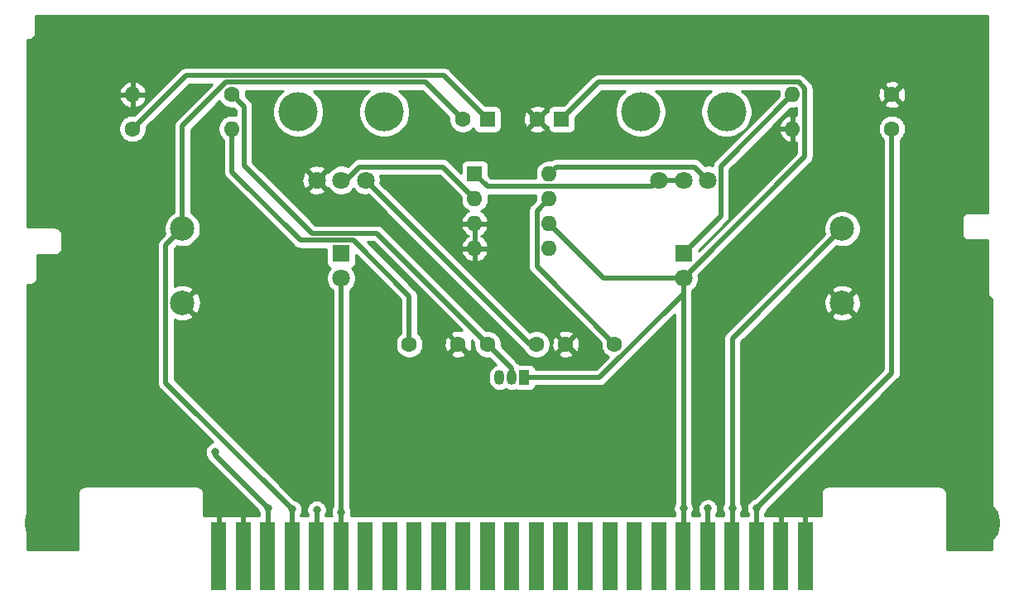
<source format=gbr>
G04 #@! TF.GenerationSoftware,KiCad,Pcbnew,(5.1.7)-1*
G04 #@! TF.CreationDate,2021-05-15T22:17:38-05:00*
G04 #@! TF.ProjectId,ConsolePedalLM386,436f6e73-6f6c-4655-9065-64616c4c4d33,rev?*
G04 #@! TF.SameCoordinates,Original*
G04 #@! TF.FileFunction,Copper,L1,Top*
G04 #@! TF.FilePolarity,Positive*
%FSLAX46Y46*%
G04 Gerber Fmt 4.6, Leading zero omitted, Abs format (unit mm)*
G04 Created by KiCad (PCBNEW (5.1.7)-1) date 2021-05-15 22:17:38*
%MOMM*%
%LPD*%
G01*
G04 APERTURE LIST*
G04 #@! TA.AperFunction,ComponentPad*
%ADD10R,1.800000X1.800000*%
G04 #@! TD*
G04 #@! TA.AperFunction,ComponentPad*
%ADD11C,1.800000*%
G04 #@! TD*
G04 #@! TA.AperFunction,ConnectorPad*
%ADD12R,1.500000X7.000000*%
G04 #@! TD*
G04 #@! TA.AperFunction,ComponentPad*
%ADD13C,5.000000*%
G04 #@! TD*
G04 #@! TA.AperFunction,ComponentPad*
%ADD14C,1.600000*%
G04 #@! TD*
G04 #@! TA.AperFunction,ComponentPad*
%ADD15O,1.600000X1.600000*%
G04 #@! TD*
G04 #@! TA.AperFunction,ComponentPad*
%ADD16C,2.500000*%
G04 #@! TD*
G04 #@! TA.AperFunction,ComponentPad*
%ADD17O,1.050000X1.500000*%
G04 #@! TD*
G04 #@! TA.AperFunction,ComponentPad*
%ADD18R,1.050000X1.500000*%
G04 #@! TD*
G04 #@! TA.AperFunction,WasherPad*
%ADD19C,4.000000*%
G04 #@! TD*
G04 #@! TA.AperFunction,ComponentPad*
%ADD20R,1.600000X1.600000*%
G04 #@! TD*
G04 #@! TA.AperFunction,ViaPad*
%ADD21C,0.800000*%
G04 #@! TD*
G04 #@! TA.AperFunction,Conductor*
%ADD22C,0.500000*%
G04 #@! TD*
G04 #@! TA.AperFunction,Conductor*
%ADD23C,0.254000*%
G04 #@! TD*
G04 #@! TA.AperFunction,Conductor*
%ADD24C,0.100000*%
G04 #@! TD*
G04 APERTURE END LIST*
D10*
G04 #@! TO.P,D1,1*
G04 #@! TO.N,Net-(D1-Pad1)*
X115250000Y-95000000D03*
D11*
G04 #@! TO.P,D1,2*
G04 #@! TO.N,/LEDPower*
X115250000Y-97540000D03*
G04 #@! TD*
G04 #@! TO.P,D2,2*
G04 #@! TO.N,/LEDPower*
X150250000Y-97540000D03*
D10*
G04 #@! TO.P,D2,1*
G04 #@! TO.N,Net-(D1-Pad1)*
X150250000Y-95000000D03*
G04 #@! TD*
D12*
G04 #@! TO.P,J1,1*
G04 #@! TO.N,GND*
X102715000Y-126000000D03*
G04 #@! TO.P,J1,2*
X105215000Y-126000000D03*
G04 #@! TO.P,J1,3*
G04 #@! TO.N,/Input*
X107715000Y-126000000D03*
G04 #@! TO.P,J1,4*
G04 #@! TO.N,/Output*
X110215000Y-126000000D03*
G04 #@! TO.P,J1,5*
G04 #@! TO.N,+9V*
X112715000Y-126000000D03*
G04 #@! TO.P,J1,6*
G04 #@! TO.N,/LEDPower*
X115215000Y-126000000D03*
G04 #@! TO.P,J1,7*
G04 #@! TO.N,N/C*
X117715000Y-126000000D03*
G04 #@! TO.P,J1,8*
X120215000Y-126000000D03*
G04 #@! TO.P,J1,9*
X122715000Y-126000000D03*
G04 #@! TO.P,J1,10*
X125215000Y-126000000D03*
G04 #@! TO.P,J1,11*
X127715000Y-126000000D03*
G04 #@! TO.P,J1,12*
X130215000Y-126000000D03*
G04 #@! TO.P,J1,13*
X132715000Y-126000000D03*
G04 #@! TO.P,J1,14*
X135215000Y-126000000D03*
G04 #@! TO.P,J1,15*
X137715000Y-126000000D03*
G04 #@! TO.P,J1,16*
X140215000Y-126000000D03*
G04 #@! TO.P,J1,17*
X142715000Y-126000000D03*
G04 #@! TO.P,J1,18*
X145215000Y-126000000D03*
G04 #@! TO.P,J1,19*
X147715000Y-126000000D03*
G04 #@! TO.P,J1,20*
G04 #@! TO.N,/LEDPower*
X150215000Y-126000000D03*
G04 #@! TO.P,J1,21*
G04 #@! TO.N,+9V*
X152715000Y-126000000D03*
G04 #@! TO.P,J1,22*
G04 #@! TO.N,/Output*
X155215000Y-126000000D03*
G04 #@! TO.P,J1,23*
G04 #@! TO.N,/Input*
X157715000Y-126000000D03*
G04 #@! TO.P,J1,24*
G04 #@! TO.N,GND*
X160215000Y-126000000D03*
G04 #@! TO.P,J1,25*
X162715000Y-126000000D03*
G04 #@! TD*
D13*
G04 #@! TO.P,H1,1*
G04 #@! TO.N,GND*
X85350000Y-122600000D03*
G04 #@! TD*
G04 #@! TO.P,H2,1*
G04 #@! TO.N,GND*
X180150000Y-122600000D03*
G04 #@! TD*
D14*
G04 #@! TO.P,R3,1*
G04 #@! TO.N,GND*
X171580000Y-78750000D03*
D15*
G04 #@! TO.P,R3,2*
G04 #@! TO.N,Net-(D1-Pad1)*
X161420000Y-78750000D03*
G04 #@! TD*
D14*
G04 #@! TO.P,C2,2*
G04 #@! TO.N,Net-(C2-Pad2)*
X130215000Y-104286000D03*
G04 #@! TO.P,C2,1*
G04 #@! TO.N,Net-(C2-Pad1)*
X135215000Y-104286000D03*
G04 #@! TD*
G04 #@! TO.P,C3,1*
G04 #@! TO.N,Net-(C3-Pad1)*
X143215000Y-104286000D03*
G04 #@! TO.P,C3,2*
G04 #@! TO.N,GND*
X138215000Y-104286000D03*
G04 #@! TD*
G04 #@! TO.P,C4,1*
G04 #@! TO.N,GND*
X127215000Y-104286000D03*
G04 #@! TO.P,C4,2*
G04 #@! TO.N,Net-(C4-Pad2)*
X122215000Y-104286000D03*
G04 #@! TD*
D16*
G04 #@! TO.P,LS1,2*
G04 #@! TO.N,GND*
X99000000Y-100070000D03*
G04 #@! TO.P,LS1,1*
G04 #@! TO.N,/Output*
X99000000Y-92470000D03*
G04 #@! TD*
G04 #@! TO.P,LS2,1*
G04 #@! TO.N,/Output*
X166500000Y-92470000D03*
G04 #@! TO.P,LS2,2*
G04 #@! TO.N,GND*
X166500000Y-100070000D03*
G04 #@! TD*
D17*
G04 #@! TO.P,Q1,2*
G04 #@! TO.N,Net-(C2-Pad2)*
X132715000Y-107696000D03*
G04 #@! TO.P,Q1,3*
G04 #@! TO.N,/Input*
X131445000Y-107696000D03*
D18*
G04 #@! TO.P,Q1,1*
G04 #@! TO.N,/LEDPower*
X133985000Y-107696000D03*
G04 #@! TD*
D15*
G04 #@! TO.P,R1,2*
G04 #@! TO.N,GND*
X161420000Y-82250000D03*
D14*
G04 #@! TO.P,R1,1*
G04 #@! TO.N,/Input*
X171580000Y-82250000D03*
G04 #@! TD*
G04 #@! TO.P,R4,1*
G04 #@! TO.N,Net-(C2-Pad2)*
X104080000Y-78750000D03*
D15*
G04 #@! TO.P,R4,2*
G04 #@! TO.N,GND*
X93920000Y-78750000D03*
G04 #@! TD*
D14*
G04 #@! TO.P,R5,1*
G04 #@! TO.N,Net-(C5-Pad1)*
X93920000Y-82250000D03*
D15*
G04 #@! TO.P,R5,2*
G04 #@! TO.N,Net-(C4-Pad2)*
X104080000Y-82250000D03*
G04 #@! TD*
D11*
G04 #@! TO.P,RV1,3*
G04 #@! TO.N,GND*
X112750000Y-87500000D03*
G04 #@! TO.P,RV1,2*
G04 #@! TO.N,Net-(RV1-Pad2)*
X115250000Y-87500000D03*
G04 #@! TO.P,RV1,1*
G04 #@! TO.N,Net-(C2-Pad1)*
X117750000Y-87500000D03*
D19*
G04 #@! TO.P,RV1,*
G04 #@! TO.N,*
X110850000Y-80500000D03*
X119650000Y-80500000D03*
G04 #@! TD*
G04 #@! TO.P,RV2,*
G04 #@! TO.N,*
X154650000Y-80500000D03*
X145850000Y-80500000D03*
D11*
G04 #@! TO.P,RV2,1*
G04 #@! TO.N,Net-(RV2-Pad1)*
X152750000Y-87500000D03*
G04 #@! TO.P,RV2,2*
G04 #@! TO.N,Net-(RV2-Pad2)*
X150250000Y-87500000D03*
G04 #@! TO.P,RV2,3*
X147750000Y-87500000D03*
G04 #@! TD*
D20*
G04 #@! TO.P,U1,1*
G04 #@! TO.N,Net-(RV2-Pad2)*
X128905000Y-86868000D03*
D15*
G04 #@! TO.P,U1,5*
G04 #@! TO.N,Net-(C5-Pad1)*
X136525000Y-94488000D03*
G04 #@! TO.P,U1,2*
G04 #@! TO.N,Net-(RV1-Pad2)*
X128905000Y-89408000D03*
G04 #@! TO.P,U1,6*
G04 #@! TO.N,/LEDPower*
X136525000Y-91948000D03*
G04 #@! TO.P,U1,3*
G04 #@! TO.N,GND*
X128905000Y-91948000D03*
G04 #@! TO.P,U1,7*
G04 #@! TO.N,Net-(C3-Pad1)*
X136525000Y-89408000D03*
G04 #@! TO.P,U1,4*
G04 #@! TO.N,GND*
X128905000Y-94488000D03*
G04 #@! TO.P,U1,8*
G04 #@! TO.N,Net-(RV2-Pad1)*
X136525000Y-86868000D03*
G04 #@! TD*
D14*
G04 #@! TO.P,C1,2*
G04 #@! TO.N,GND*
X135295000Y-81280000D03*
D20*
G04 #@! TO.P,C1,1*
G04 #@! TO.N,/LEDPower*
X137795000Y-81280000D03*
G04 #@! TD*
G04 #@! TO.P,C5,1*
G04 #@! TO.N,Net-(C5-Pad1)*
X130195000Y-81280000D03*
D14*
G04 #@! TO.P,C5,2*
G04 #@! TO.N,/Output*
X127695000Y-81280000D03*
G04 #@! TD*
D21*
G04 #@! TO.N,GND*
X105250000Y-120979000D03*
X160250000Y-120988000D03*
X102750000Y-121038000D03*
X162750000Y-120967000D03*
G04 #@! TO.N,/LEDPower*
X115250000Y-121454000D03*
X150250000Y-121073000D03*
G04 #@! TO.N,/Input*
X107750000Y-121066000D03*
X157750000Y-121066000D03*
X102362000Y-115316000D03*
G04 #@! TO.N,/Output*
X110250000Y-121195000D03*
X155250000Y-121068000D03*
G04 #@! TO.N,+9V*
X112750000Y-121235000D03*
X152750000Y-121108000D03*
G04 #@! TD*
D22*
G04 #@! TO.N,GND*
X105250000Y-126000000D02*
X105250000Y-120979000D01*
X160250000Y-126000000D02*
X160250000Y-120988000D01*
X102750000Y-126000000D02*
X102750000Y-121038000D01*
X162750000Y-126000000D02*
X162750000Y-120967000D01*
G04 #@! TO.N,/LEDPower*
X115250000Y-126000000D02*
X115250000Y-121454000D01*
X150250000Y-126000000D02*
X150250000Y-121073000D01*
X150250000Y-97540000D02*
X150250000Y-121073000D01*
X115250000Y-121454000D02*
X115250000Y-97540000D01*
X142117000Y-97540000D02*
X136525000Y-91948000D01*
X150250000Y-97540000D02*
X142117000Y-97540000D01*
X150250000Y-99101002D02*
X150250000Y-97540000D01*
X141655002Y-107696000D02*
X150250000Y-99101002D01*
X133985000Y-107696000D02*
X141655002Y-107696000D01*
X162670001Y-85119999D02*
X150250000Y-97540000D01*
X162670001Y-78149999D02*
X162670001Y-85119999D01*
X162020001Y-77499999D02*
X162670001Y-78149999D01*
X141575001Y-77499999D02*
X162020001Y-77499999D01*
X137795000Y-81280000D02*
X141575001Y-77499999D01*
G04 #@! TO.N,/Input*
X107750000Y-126000000D02*
X107750000Y-121066000D01*
X157750000Y-126000000D02*
X157750000Y-121066000D01*
X157734000Y-121050000D02*
X157750000Y-121066000D01*
X171580000Y-107236000D02*
X157750000Y-121066000D01*
X171580000Y-82250000D02*
X171580000Y-107236000D01*
X107750000Y-121066000D02*
X102362000Y-115678000D01*
X102362000Y-115678000D02*
X102362000Y-115316000D01*
X102362000Y-115316000D02*
X102362000Y-115316000D01*
G04 #@! TO.N,/Output*
X110250000Y-126000000D02*
X110250000Y-121195000D01*
X155250000Y-126000000D02*
X155250000Y-121068000D01*
X110250000Y-121045000D02*
X110250000Y-121195000D01*
X155250000Y-103720000D02*
X155250000Y-121068000D01*
X166500000Y-92470000D02*
X155250000Y-103720000D01*
X97299999Y-108244999D02*
X110250000Y-121195000D01*
X97299999Y-94170001D02*
X97299999Y-108244999D01*
X99000000Y-92470000D02*
X97299999Y-94170001D01*
X99000000Y-81979998D02*
X99000000Y-92470000D01*
X103479999Y-77499999D02*
X99000000Y-81979998D01*
X123914999Y-77499999D02*
X103479999Y-77499999D01*
X127695000Y-81280000D02*
X123914999Y-77499999D01*
G04 #@! TO.N,+9V*
X112750000Y-126000000D02*
X112750000Y-121235000D01*
X152750000Y-126000000D02*
X152750000Y-121108000D01*
G04 #@! TO.N,Net-(D1-Pad1)*
X154100001Y-86069999D02*
X161420000Y-78750000D01*
X154100001Y-91149999D02*
X154100001Y-86069999D01*
X150250000Y-95000000D02*
X154100001Y-91149999D01*
G04 #@! TO.N,Net-(C2-Pad2)*
X132715000Y-106786000D02*
X130215000Y-104286000D01*
X132715000Y-107696000D02*
X132715000Y-106786000D01*
X105330001Y-80000001D02*
X104080000Y-78750000D01*
X112253989Y-92949989D02*
X105330001Y-86026001D01*
X118878989Y-92949989D02*
X112253989Y-92949989D01*
X105330001Y-86026001D02*
X105330001Y-80000001D01*
X130215000Y-104286000D02*
X118878989Y-92949989D01*
G04 #@! TO.N,Net-(C2-Pad1)*
X134536000Y-104286000D02*
X135215000Y-104286000D01*
X117750000Y-87500000D02*
X134536000Y-104286000D01*
G04 #@! TO.N,Net-(C3-Pad1)*
X135274999Y-96345999D02*
X143215000Y-104286000D01*
X135274999Y-90658001D02*
X135274999Y-96345999D01*
X136525000Y-89408000D02*
X135274999Y-90658001D01*
G04 #@! TO.N,Net-(C4-Pad2)*
X116510001Y-93649999D02*
X111074001Y-93649999D01*
X122215000Y-99354998D02*
X116510001Y-93649999D01*
X122215000Y-104286000D02*
X122215000Y-99354998D01*
X104080000Y-86655998D02*
X104080000Y-82250000D01*
X111074001Y-93649999D02*
X104080000Y-86655998D01*
G04 #@! TO.N,Net-(C5-Pad1)*
X125714989Y-76799989D02*
X99370011Y-76799989D01*
X99370011Y-76799989D02*
X93920000Y-82250000D01*
X130195000Y-81280000D02*
X125714989Y-76799989D01*
G04 #@! TO.N,Net-(RV1-Pad2)*
X125646999Y-86149999D02*
X128905000Y-89408000D01*
X117101999Y-86149999D02*
X125646999Y-86149999D01*
X115751998Y-87500000D02*
X117101999Y-86149999D01*
X115250000Y-87500000D02*
X115751998Y-87500000D01*
G04 #@! TO.N,Net-(RV2-Pad1)*
X151399999Y-86149999D02*
X152750000Y-87500000D01*
X137243001Y-86149999D02*
X151399999Y-86149999D01*
X136525000Y-86868000D02*
X137243001Y-86149999D01*
G04 #@! TO.N,Net-(RV2-Pad2)*
X130194999Y-88157999D02*
X128905000Y-86868000D01*
X147092001Y-88157999D02*
X130194999Y-88157999D01*
X147750000Y-87500000D02*
X147092001Y-88157999D01*
X150250000Y-87500000D02*
X147750000Y-87500000D01*
G04 #@! TD*
D23*
G04 #@! TO.N,GND*
X181323001Y-90823000D02*
X179433252Y-90823000D01*
X179400000Y-90819725D01*
X179366748Y-90823000D01*
X179267285Y-90832796D01*
X179139670Y-90871508D01*
X179022059Y-90934372D01*
X178918973Y-91018973D01*
X178834372Y-91122059D01*
X178771508Y-91239670D01*
X178732796Y-91367285D01*
X178719725Y-91500000D01*
X178723001Y-91533262D01*
X178723000Y-92966747D01*
X178719725Y-93000000D01*
X178732796Y-93132715D01*
X178771508Y-93260330D01*
X178834372Y-93377941D01*
X178918973Y-93481027D01*
X178990417Y-93539660D01*
X179022059Y-93565628D01*
X179139670Y-93628492D01*
X179267285Y-93667204D01*
X179400000Y-93680275D01*
X179433252Y-93677000D01*
X181323000Y-93677000D01*
X181323001Y-98966738D01*
X181319725Y-99000000D01*
X181332796Y-99132715D01*
X181371508Y-99260330D01*
X181434372Y-99377941D01*
X181518973Y-99481027D01*
X181622059Y-99565628D01*
X181739670Y-99628492D01*
X181823001Y-99653770D01*
X181823000Y-125323000D01*
X177177000Y-125323000D01*
X177177000Y-119533252D01*
X177180275Y-119500000D01*
X177167204Y-119367285D01*
X177128492Y-119239670D01*
X177065628Y-119122059D01*
X176981027Y-119018973D01*
X176877941Y-118934372D01*
X176760330Y-118871508D01*
X176632715Y-118832796D01*
X176533252Y-118823000D01*
X176500000Y-118819725D01*
X176466748Y-118823000D01*
X165033252Y-118823000D01*
X165000000Y-118819725D01*
X164966748Y-118823000D01*
X164867285Y-118832796D01*
X164739670Y-118871508D01*
X164622059Y-118934372D01*
X164518973Y-119018973D01*
X164434372Y-119122059D01*
X164371508Y-119239670D01*
X164332796Y-119367285D01*
X164319725Y-119500000D01*
X164323001Y-119533262D01*
X164323001Y-121793000D01*
X158627000Y-121793000D01*
X158627000Y-121602027D01*
X158660115Y-121552467D01*
X158737533Y-121365565D01*
X158749162Y-121307103D01*
X172169668Y-107886597D01*
X172203133Y-107859133D01*
X172312727Y-107725592D01*
X172394162Y-107573237D01*
X172412655Y-107512273D01*
X172444310Y-107407923D01*
X172461243Y-107236000D01*
X172457000Y-107192921D01*
X172457000Y-83380247D01*
X172489660Y-83358424D01*
X172688424Y-83159660D01*
X172844591Y-82925938D01*
X172952162Y-82666241D01*
X173007000Y-82390547D01*
X173007000Y-82109453D01*
X172952162Y-81833759D01*
X172844591Y-81574062D01*
X172688424Y-81340340D01*
X172489660Y-81141576D01*
X172255938Y-80985409D01*
X171996241Y-80877838D01*
X171720547Y-80823000D01*
X171439453Y-80823000D01*
X171163759Y-80877838D01*
X170904062Y-80985409D01*
X170670340Y-81141576D01*
X170471576Y-81340340D01*
X170315409Y-81574062D01*
X170207838Y-81833759D01*
X170153000Y-82109453D01*
X170153000Y-82390547D01*
X170207838Y-82666241D01*
X170315409Y-82925938D01*
X170471576Y-83159660D01*
X170670340Y-83358424D01*
X170703000Y-83380247D01*
X170703001Y-106872734D01*
X157508897Y-120066838D01*
X157450435Y-120078467D01*
X157263533Y-120155885D01*
X157095326Y-120268277D01*
X156952277Y-120411326D01*
X156839885Y-120579533D01*
X156762467Y-120766435D01*
X156723000Y-120964849D01*
X156723000Y-121167151D01*
X156762467Y-121365565D01*
X156839885Y-121552467D01*
X156873001Y-121602029D01*
X156873001Y-121793000D01*
X156127000Y-121793000D01*
X156127000Y-121604027D01*
X156160115Y-121554467D01*
X156237533Y-121367565D01*
X156277000Y-121169151D01*
X156277000Y-120966849D01*
X156237533Y-120768435D01*
X156160115Y-120581533D01*
X156127000Y-120531973D01*
X156127000Y-104083265D01*
X158826660Y-101383605D01*
X165366000Y-101383605D01*
X165491914Y-101673577D01*
X165824126Y-101839433D01*
X166182312Y-101937290D01*
X166552706Y-101963389D01*
X166921075Y-101916725D01*
X167273262Y-101799094D01*
X167508086Y-101673577D01*
X167634000Y-101383605D01*
X166500000Y-100249605D01*
X165366000Y-101383605D01*
X158826660Y-101383605D01*
X160087559Y-100122706D01*
X164606611Y-100122706D01*
X164653275Y-100491075D01*
X164770906Y-100843262D01*
X164896423Y-101078086D01*
X165186395Y-101204000D01*
X166320395Y-100070000D01*
X166679605Y-100070000D01*
X167813605Y-101204000D01*
X168103577Y-101078086D01*
X168269433Y-100745874D01*
X168367290Y-100387688D01*
X168393389Y-100017294D01*
X168346725Y-99648925D01*
X168229094Y-99296738D01*
X168103577Y-99061914D01*
X167813605Y-98936000D01*
X166679605Y-100070000D01*
X166320395Y-100070000D01*
X165186395Y-98936000D01*
X164896423Y-99061914D01*
X164730567Y-99394126D01*
X164632710Y-99752312D01*
X164606611Y-100122706D01*
X160087559Y-100122706D01*
X161453870Y-98756395D01*
X165366000Y-98756395D01*
X166500000Y-99890395D01*
X167634000Y-98756395D01*
X167508086Y-98466423D01*
X167175874Y-98300567D01*
X166817688Y-98202710D01*
X166447294Y-98176611D01*
X166078925Y-98223275D01*
X165726738Y-98340906D01*
X165491914Y-98466423D01*
X165366000Y-98756395D01*
X161453870Y-98756395D01*
X165940406Y-94269859D01*
X165952499Y-94274868D01*
X166315132Y-94347000D01*
X166684868Y-94347000D01*
X167047501Y-94274868D01*
X167389093Y-94133376D01*
X167696518Y-93927961D01*
X167957961Y-93666518D01*
X168163376Y-93359093D01*
X168304868Y-93017501D01*
X168377000Y-92654868D01*
X168377000Y-92285132D01*
X168304868Y-91922499D01*
X168163376Y-91580907D01*
X167957961Y-91273482D01*
X167696518Y-91012039D01*
X167389093Y-90806624D01*
X167047501Y-90665132D01*
X166684868Y-90593000D01*
X166315132Y-90593000D01*
X165952499Y-90665132D01*
X165610907Y-90806624D01*
X165303482Y-91012039D01*
X165042039Y-91273482D01*
X164836624Y-91580907D01*
X164695132Y-91922499D01*
X164623000Y-92285132D01*
X164623000Y-92654868D01*
X164695132Y-93017501D01*
X164700141Y-93029594D01*
X154660332Y-103069403D01*
X154626867Y-103096867D01*
X154517273Y-103230409D01*
X154439272Y-103376340D01*
X154435838Y-103382764D01*
X154385690Y-103548078D01*
X154368757Y-103720000D01*
X154373000Y-103763080D01*
X154373001Y-120531971D01*
X154339885Y-120581533D01*
X154262467Y-120768435D01*
X154223000Y-120966849D01*
X154223000Y-121169151D01*
X154262467Y-121367565D01*
X154339885Y-121554467D01*
X154373001Y-121604029D01*
X154373001Y-121793000D01*
X153627000Y-121793000D01*
X153627000Y-121644027D01*
X153660115Y-121594467D01*
X153737533Y-121407565D01*
X153777000Y-121209151D01*
X153777000Y-121006849D01*
X153737533Y-120808435D01*
X153660115Y-120621533D01*
X153547723Y-120453326D01*
X153404674Y-120310277D01*
X153236467Y-120197885D01*
X153049565Y-120120467D01*
X152851151Y-120081000D01*
X152648849Y-120081000D01*
X152450435Y-120120467D01*
X152263533Y-120197885D01*
X152095326Y-120310277D01*
X151952277Y-120453326D01*
X151839885Y-120621533D01*
X151762467Y-120808435D01*
X151723000Y-121006849D01*
X151723000Y-121209151D01*
X151762467Y-121407565D01*
X151839885Y-121594467D01*
X151873001Y-121644029D01*
X151873001Y-121793000D01*
X151127000Y-121793000D01*
X151127000Y-121609027D01*
X151160115Y-121559467D01*
X151237533Y-121372565D01*
X151277000Y-121174151D01*
X151277000Y-120971849D01*
X151237533Y-120773435D01*
X151160115Y-120586533D01*
X151127000Y-120536973D01*
X151127000Y-99144080D01*
X151131243Y-99101002D01*
X151127000Y-99057923D01*
X151127000Y-98790515D01*
X151223406Y-98726099D01*
X151436099Y-98513406D01*
X151603210Y-98263306D01*
X151718319Y-97985410D01*
X151777000Y-97690396D01*
X151777000Y-97389604D01*
X151754380Y-97275885D01*
X163259675Y-85770591D01*
X163293134Y-85743132D01*
X163361025Y-85660407D01*
X163402727Y-85609592D01*
X163446945Y-85526867D01*
X163484163Y-85457236D01*
X163520989Y-85335837D01*
X163534311Y-85291922D01*
X163551244Y-85119999D01*
X163547001Y-85076920D01*
X163547001Y-79742702D01*
X170766903Y-79742702D01*
X170838486Y-79986671D01*
X171093996Y-80107571D01*
X171368184Y-80176300D01*
X171650512Y-80190217D01*
X171930130Y-80148787D01*
X172196292Y-80053603D01*
X172321514Y-79986671D01*
X172393097Y-79742702D01*
X171580000Y-78929605D01*
X170766903Y-79742702D01*
X163547001Y-79742702D01*
X163547001Y-78820512D01*
X170139783Y-78820512D01*
X170181213Y-79100130D01*
X170276397Y-79366292D01*
X170343329Y-79491514D01*
X170587298Y-79563097D01*
X171400395Y-78750000D01*
X171759605Y-78750000D01*
X172572702Y-79563097D01*
X172816671Y-79491514D01*
X172937571Y-79236004D01*
X173006300Y-78961816D01*
X173020217Y-78679488D01*
X172978787Y-78399870D01*
X172883603Y-78133708D01*
X172816671Y-78008486D01*
X172572702Y-77936903D01*
X171759605Y-78750000D01*
X171400395Y-78750000D01*
X170587298Y-77936903D01*
X170343329Y-78008486D01*
X170222429Y-78263996D01*
X170153700Y-78538184D01*
X170139783Y-78820512D01*
X163547001Y-78820512D01*
X163547001Y-78193078D01*
X163551244Y-78149999D01*
X163534311Y-77978076D01*
X163484163Y-77812762D01*
X163454517Y-77757298D01*
X170766903Y-77757298D01*
X171580000Y-78570395D01*
X172393097Y-77757298D01*
X172321514Y-77513329D01*
X172066004Y-77392429D01*
X171791816Y-77323700D01*
X171509488Y-77309783D01*
X171229870Y-77351213D01*
X170963708Y-77446397D01*
X170838486Y-77513329D01*
X170766903Y-77757298D01*
X163454517Y-77757298D01*
X163411591Y-77676989D01*
X163402728Y-77660407D01*
X163293134Y-77526866D01*
X163259676Y-77499408D01*
X162670597Y-76910330D01*
X162643134Y-76876866D01*
X162509593Y-76767272D01*
X162357238Y-76685837D01*
X162191923Y-76635689D01*
X162063080Y-76622999D01*
X162020001Y-76618756D01*
X161976922Y-76622999D01*
X141618080Y-76622999D01*
X141575001Y-76618756D01*
X141403078Y-76635689D01*
X141237764Y-76685837D01*
X141085409Y-76767272D01*
X140951868Y-76876866D01*
X140924404Y-76910331D01*
X137984768Y-79849967D01*
X136995000Y-79849967D01*
X136872087Y-79862073D01*
X136753897Y-79897925D01*
X136644972Y-79956147D01*
X136549499Y-80034499D01*
X136471147Y-80129972D01*
X136412925Y-80238897D01*
X136377073Y-80357087D01*
X136364967Y-80480000D01*
X136364967Y-80489573D01*
X136287702Y-80466903D01*
X135474605Y-81280000D01*
X136287702Y-82093097D01*
X136364967Y-82070427D01*
X136364967Y-82080000D01*
X136377073Y-82202913D01*
X136412925Y-82321103D01*
X136471147Y-82430028D01*
X136549499Y-82525501D01*
X136644972Y-82603853D01*
X136753897Y-82662075D01*
X136872087Y-82697927D01*
X136995000Y-82710033D01*
X138595000Y-82710033D01*
X138717913Y-82697927D01*
X138836103Y-82662075D01*
X138945028Y-82603853D01*
X139040501Y-82525501D01*
X139118853Y-82430028D01*
X139177075Y-82321103D01*
X139212927Y-82202913D01*
X139225033Y-82080000D01*
X139225033Y-81090232D01*
X141938266Y-78376999D01*
X144298821Y-78376999D01*
X144175385Y-78459476D01*
X143809476Y-78825385D01*
X143521983Y-79255649D01*
X143323954Y-79733732D01*
X143223000Y-80241263D01*
X143223000Y-80758737D01*
X143323954Y-81266268D01*
X143521983Y-81744351D01*
X143809476Y-82174615D01*
X144175385Y-82540524D01*
X144605649Y-82828017D01*
X145083732Y-83026046D01*
X145591263Y-83127000D01*
X146108737Y-83127000D01*
X146616268Y-83026046D01*
X147094351Y-82828017D01*
X147524615Y-82540524D01*
X147890524Y-82174615D01*
X148178017Y-81744351D01*
X148376046Y-81266268D01*
X148477000Y-80758737D01*
X148477000Y-80241263D01*
X148376046Y-79733732D01*
X148178017Y-79255649D01*
X147890524Y-78825385D01*
X147524615Y-78459476D01*
X147401179Y-78376999D01*
X153098821Y-78376999D01*
X152975385Y-78459476D01*
X152609476Y-78825385D01*
X152321983Y-79255649D01*
X152123954Y-79733732D01*
X152023000Y-80241263D01*
X152023000Y-80758737D01*
X152123954Y-81266268D01*
X152321983Y-81744351D01*
X152609476Y-82174615D01*
X152975385Y-82540524D01*
X153405649Y-82828017D01*
X153883732Y-83026046D01*
X154391263Y-83127000D01*
X154908737Y-83127000D01*
X155416268Y-83026046D01*
X155894351Y-82828017D01*
X156324615Y-82540524D01*
X156690524Y-82174615D01*
X156978017Y-81744351D01*
X157176046Y-81266268D01*
X157277000Y-80758737D01*
X157277000Y-80241263D01*
X157176046Y-79733732D01*
X156978017Y-79255649D01*
X156690524Y-78825385D01*
X156324615Y-78459476D01*
X156201179Y-78376999D01*
X160039237Y-78376999D01*
X159993000Y-78609453D01*
X159993000Y-78890547D01*
X160000663Y-78929071D01*
X153510328Y-85419407D01*
X153476869Y-85446866D01*
X153449410Y-85480325D01*
X153449407Y-85480328D01*
X153367275Y-85580407D01*
X153285839Y-85732763D01*
X153235691Y-85898077D01*
X153221469Y-86042475D01*
X153195410Y-86031681D01*
X152900396Y-85973000D01*
X152599604Y-85973000D01*
X152485885Y-85995620D01*
X152050596Y-85560331D01*
X152023132Y-85526866D01*
X151889591Y-85417272D01*
X151737236Y-85335837D01*
X151571921Y-85285689D01*
X151443078Y-85272999D01*
X151399999Y-85268756D01*
X151356920Y-85272999D01*
X137286080Y-85272999D01*
X137243001Y-85268756D01*
X137071078Y-85285689D01*
X137046071Y-85293275D01*
X136905764Y-85335837D01*
X136753409Y-85417272D01*
X136753407Y-85417273D01*
X136753408Y-85417273D01*
X136712996Y-85450438D01*
X136665547Y-85441000D01*
X136384453Y-85441000D01*
X136108759Y-85495838D01*
X135849062Y-85603409D01*
X135615340Y-85759576D01*
X135416576Y-85958340D01*
X135260409Y-86192062D01*
X135152838Y-86451759D01*
X135098000Y-86727453D01*
X135098000Y-87008547D01*
X135152193Y-87280999D01*
X130558265Y-87280999D01*
X130335033Y-87057767D01*
X130335033Y-86068000D01*
X130322927Y-85945087D01*
X130287075Y-85826897D01*
X130228853Y-85717972D01*
X130150501Y-85622499D01*
X130055028Y-85544147D01*
X129946103Y-85485925D01*
X129827913Y-85450073D01*
X129705000Y-85437967D01*
X128105000Y-85437967D01*
X127982087Y-85450073D01*
X127863897Y-85485925D01*
X127754972Y-85544147D01*
X127659499Y-85622499D01*
X127581147Y-85717972D01*
X127522925Y-85826897D01*
X127487073Y-85945087D01*
X127474967Y-86068000D01*
X127474967Y-86737702D01*
X126297596Y-85560331D01*
X126270132Y-85526866D01*
X126136591Y-85417272D01*
X125984236Y-85335837D01*
X125818921Y-85285689D01*
X125690078Y-85272999D01*
X125646999Y-85268756D01*
X125603920Y-85272999D01*
X117145078Y-85272999D01*
X117101999Y-85268756D01*
X116930076Y-85285689D01*
X116905069Y-85293275D01*
X116764762Y-85335837D01*
X116612407Y-85417272D01*
X116478866Y-85526866D01*
X116451402Y-85560331D01*
X115896682Y-86115051D01*
X115695410Y-86031681D01*
X115400396Y-85973000D01*
X115099604Y-85973000D01*
X114804590Y-86031681D01*
X114526694Y-86146790D01*
X114276594Y-86313901D01*
X114063901Y-86526594D01*
X113970147Y-86666906D01*
X113814080Y-86615525D01*
X112929605Y-87500000D01*
X113814080Y-88384475D01*
X113970147Y-88333094D01*
X114063901Y-88473406D01*
X114276594Y-88686099D01*
X114526694Y-88853210D01*
X114804590Y-88968319D01*
X115099604Y-89027000D01*
X115400396Y-89027000D01*
X115695410Y-88968319D01*
X115973306Y-88853210D01*
X116223406Y-88686099D01*
X116436099Y-88473406D01*
X116500000Y-88377771D01*
X116563901Y-88473406D01*
X116776594Y-88686099D01*
X117026694Y-88853210D01*
X117304590Y-88968319D01*
X117599604Y-89027000D01*
X117900396Y-89027000D01*
X118014115Y-89004380D01*
X133885408Y-104875674D01*
X133912867Y-104909133D01*
X133936606Y-104928615D01*
X133950409Y-104961938D01*
X134106576Y-105195660D01*
X134305340Y-105394424D01*
X134539062Y-105550591D01*
X134798759Y-105658162D01*
X135074453Y-105713000D01*
X135355547Y-105713000D01*
X135631241Y-105658162D01*
X135890938Y-105550591D01*
X136124660Y-105394424D01*
X136240382Y-105278702D01*
X137401903Y-105278702D01*
X137473486Y-105522671D01*
X137728996Y-105643571D01*
X138003184Y-105712300D01*
X138285512Y-105726217D01*
X138565130Y-105684787D01*
X138831292Y-105589603D01*
X138956514Y-105522671D01*
X139028097Y-105278702D01*
X138215000Y-104465605D01*
X137401903Y-105278702D01*
X136240382Y-105278702D01*
X136323424Y-105195660D01*
X136479591Y-104961938D01*
X136587162Y-104702241D01*
X136642000Y-104426547D01*
X136642000Y-104356512D01*
X136774783Y-104356512D01*
X136816213Y-104636130D01*
X136911397Y-104902292D01*
X136978329Y-105027514D01*
X137222298Y-105099097D01*
X138035395Y-104286000D01*
X138394605Y-104286000D01*
X139207702Y-105099097D01*
X139451671Y-105027514D01*
X139572571Y-104772004D01*
X139641300Y-104497816D01*
X139655217Y-104215488D01*
X139613787Y-103935870D01*
X139518603Y-103669708D01*
X139451671Y-103544486D01*
X139207702Y-103472903D01*
X138394605Y-104286000D01*
X138035395Y-104286000D01*
X137222298Y-103472903D01*
X136978329Y-103544486D01*
X136857429Y-103799996D01*
X136788700Y-104074184D01*
X136774783Y-104356512D01*
X136642000Y-104356512D01*
X136642000Y-104145453D01*
X136587162Y-103869759D01*
X136479591Y-103610062D01*
X136323424Y-103376340D01*
X136240382Y-103293298D01*
X137401903Y-103293298D01*
X138215000Y-104106395D01*
X139028097Y-103293298D01*
X138956514Y-103049329D01*
X138701004Y-102928429D01*
X138426816Y-102859700D01*
X138144488Y-102845783D01*
X137864870Y-102887213D01*
X137598708Y-102982397D01*
X137473486Y-103049329D01*
X137401903Y-103293298D01*
X136240382Y-103293298D01*
X136124660Y-103177576D01*
X135890938Y-103021409D01*
X135631241Y-102913838D01*
X135355547Y-102859000D01*
X135074453Y-102859000D01*
X134798759Y-102913838D01*
X134539062Y-103021409D01*
X134522645Y-103032379D01*
X126327305Y-94837039D01*
X127513096Y-94837039D01*
X127553754Y-94971087D01*
X127673963Y-95225420D01*
X127841481Y-95451414D01*
X128049869Y-95640385D01*
X128291119Y-95785070D01*
X128555960Y-95879909D01*
X128778000Y-95758624D01*
X128778000Y-94615000D01*
X129032000Y-94615000D01*
X129032000Y-95758624D01*
X129254040Y-95879909D01*
X129518881Y-95785070D01*
X129760131Y-95640385D01*
X129968519Y-95451414D01*
X130136037Y-95225420D01*
X130256246Y-94971087D01*
X130296904Y-94837039D01*
X130174915Y-94615000D01*
X129032000Y-94615000D01*
X128778000Y-94615000D01*
X127635085Y-94615000D01*
X127513096Y-94837039D01*
X126327305Y-94837039D01*
X123787305Y-92297039D01*
X127513096Y-92297039D01*
X127553754Y-92431087D01*
X127673963Y-92685420D01*
X127841481Y-92911414D01*
X128049869Y-93100385D01*
X128245982Y-93218000D01*
X128049869Y-93335615D01*
X127841481Y-93524586D01*
X127673963Y-93750580D01*
X127553754Y-94004913D01*
X127513096Y-94138961D01*
X127635085Y-94361000D01*
X128778000Y-94361000D01*
X128778000Y-92075000D01*
X129032000Y-92075000D01*
X129032000Y-94361000D01*
X130174915Y-94361000D01*
X130296904Y-94138961D01*
X130256246Y-94004913D01*
X130136037Y-93750580D01*
X129968519Y-93524586D01*
X129760131Y-93335615D01*
X129564018Y-93218000D01*
X129760131Y-93100385D01*
X129968519Y-92911414D01*
X130136037Y-92685420D01*
X130256246Y-92431087D01*
X130296904Y-92297039D01*
X130174915Y-92075000D01*
X129032000Y-92075000D01*
X128778000Y-92075000D01*
X127635085Y-92075000D01*
X127513096Y-92297039D01*
X123787305Y-92297039D01*
X119254380Y-87764115D01*
X119277000Y-87650396D01*
X119277000Y-87349604D01*
X119218319Y-87054590D01*
X119206890Y-87026999D01*
X125283734Y-87026999D01*
X127485663Y-89228928D01*
X127478000Y-89267453D01*
X127478000Y-89548547D01*
X127532838Y-89824241D01*
X127640409Y-90083938D01*
X127796576Y-90317660D01*
X127995340Y-90516424D01*
X128229062Y-90672591D01*
X128244404Y-90678946D01*
X128049869Y-90795615D01*
X127841481Y-90984586D01*
X127673963Y-91210580D01*
X127553754Y-91464913D01*
X127513096Y-91598961D01*
X127635085Y-91821000D01*
X128778000Y-91821000D01*
X128778000Y-91801000D01*
X129032000Y-91801000D01*
X129032000Y-91821000D01*
X130174915Y-91821000D01*
X130296904Y-91598961D01*
X130256246Y-91464913D01*
X130136037Y-91210580D01*
X129968519Y-90984586D01*
X129760131Y-90795615D01*
X129565596Y-90678946D01*
X129580938Y-90672591D01*
X129814660Y-90516424D01*
X130013424Y-90317660D01*
X130169591Y-90083938D01*
X130277162Y-89824241D01*
X130332000Y-89548547D01*
X130332000Y-89267453D01*
X130285763Y-89034999D01*
X135144237Y-89034999D01*
X135098000Y-89267453D01*
X135098000Y-89548547D01*
X135105663Y-89587072D01*
X134685331Y-90007404D01*
X134651866Y-90034868D01*
X134542272Y-90168410D01*
X134477686Y-90289242D01*
X134460837Y-90320765D01*
X134410689Y-90486079D01*
X134393756Y-90658001D01*
X134397999Y-90701081D01*
X134398000Y-96302910D01*
X134393756Y-96345999D01*
X134410689Y-96517921D01*
X134460837Y-96683235D01*
X134542273Y-96835591D01*
X134624405Y-96935670D01*
X134624408Y-96935673D01*
X134651867Y-96969132D01*
X134685326Y-96996591D01*
X141795663Y-104106929D01*
X141788000Y-104145453D01*
X141788000Y-104426547D01*
X141842838Y-104702241D01*
X141950409Y-104961938D01*
X142106576Y-105195660D01*
X142305340Y-105394424D01*
X142539062Y-105550591D01*
X142553970Y-105556766D01*
X141291737Y-106819000D01*
X135126687Y-106819000D01*
X135092075Y-106704897D01*
X135033853Y-106595972D01*
X134955501Y-106500499D01*
X134860028Y-106422147D01*
X134751103Y-106363925D01*
X134632913Y-106328073D01*
X134510000Y-106315967D01*
X133460000Y-106315967D01*
X133458272Y-106316137D01*
X133447727Y-106296408D01*
X133338133Y-106162867D01*
X133304674Y-106135408D01*
X131634337Y-104465072D01*
X131642000Y-104426547D01*
X131642000Y-104145453D01*
X131587162Y-103869759D01*
X131479591Y-103610062D01*
X131323424Y-103376340D01*
X131124660Y-103177576D01*
X130890938Y-103021409D01*
X130631241Y-102913838D01*
X130355547Y-102859000D01*
X130074453Y-102859000D01*
X130035928Y-102866663D01*
X119529586Y-92360321D01*
X119502122Y-92326856D01*
X119368581Y-92217262D01*
X119216226Y-92135827D01*
X119050911Y-92085679D01*
X118922068Y-92072989D01*
X118878989Y-92068746D01*
X118835910Y-92072989D01*
X112617255Y-92072989D01*
X109108346Y-88564080D01*
X111865525Y-88564080D01*
X111949208Y-88818261D01*
X112221775Y-88949158D01*
X112514642Y-89024365D01*
X112816553Y-89040991D01*
X113115907Y-88998397D01*
X113401199Y-88898222D01*
X113550792Y-88818261D01*
X113634475Y-88564080D01*
X112750000Y-87679605D01*
X111865525Y-88564080D01*
X109108346Y-88564080D01*
X108110819Y-87566553D01*
X111209009Y-87566553D01*
X111251603Y-87865907D01*
X111351778Y-88151199D01*
X111431739Y-88300792D01*
X111685920Y-88384475D01*
X112570395Y-87500000D01*
X111685920Y-86615525D01*
X111431739Y-86699208D01*
X111300842Y-86971775D01*
X111225635Y-87264642D01*
X111209009Y-87566553D01*
X108110819Y-87566553D01*
X106980186Y-86435920D01*
X111865525Y-86435920D01*
X112750000Y-87320395D01*
X113634475Y-86435920D01*
X113550792Y-86181739D01*
X113278225Y-86050842D01*
X112985358Y-85975635D01*
X112683447Y-85959009D01*
X112384093Y-86001603D01*
X112098801Y-86101778D01*
X111949208Y-86181739D01*
X111865525Y-86435920D01*
X106980186Y-86435920D01*
X106207001Y-85662736D01*
X106207001Y-80043070D01*
X106211243Y-80000000D01*
X106207001Y-79956931D01*
X106207001Y-79956922D01*
X106194311Y-79828079D01*
X106144163Y-79662764D01*
X106062728Y-79510409D01*
X105953134Y-79376868D01*
X105919669Y-79349404D01*
X105499337Y-78929072D01*
X105507000Y-78890547D01*
X105507000Y-78609453D01*
X105460763Y-78376999D01*
X109298821Y-78376999D01*
X109175385Y-78459476D01*
X108809476Y-78825385D01*
X108521983Y-79255649D01*
X108323954Y-79733732D01*
X108223000Y-80241263D01*
X108223000Y-80758737D01*
X108323954Y-81266268D01*
X108521983Y-81744351D01*
X108809476Y-82174615D01*
X109175385Y-82540524D01*
X109605649Y-82828017D01*
X110083732Y-83026046D01*
X110591263Y-83127000D01*
X111108737Y-83127000D01*
X111616268Y-83026046D01*
X112094351Y-82828017D01*
X112524615Y-82540524D01*
X112890524Y-82174615D01*
X113178017Y-81744351D01*
X113376046Y-81266268D01*
X113477000Y-80758737D01*
X113477000Y-80241263D01*
X113376046Y-79733732D01*
X113178017Y-79255649D01*
X112890524Y-78825385D01*
X112524615Y-78459476D01*
X112401179Y-78376999D01*
X118098821Y-78376999D01*
X117975385Y-78459476D01*
X117609476Y-78825385D01*
X117321983Y-79255649D01*
X117123954Y-79733732D01*
X117023000Y-80241263D01*
X117023000Y-80758737D01*
X117123954Y-81266268D01*
X117321983Y-81744351D01*
X117609476Y-82174615D01*
X117975385Y-82540524D01*
X118405649Y-82828017D01*
X118883732Y-83026046D01*
X119391263Y-83127000D01*
X119908737Y-83127000D01*
X120416268Y-83026046D01*
X120894351Y-82828017D01*
X121324615Y-82540524D01*
X121690524Y-82174615D01*
X121978017Y-81744351D01*
X122176046Y-81266268D01*
X122277000Y-80758737D01*
X122277000Y-80241263D01*
X122176046Y-79733732D01*
X121978017Y-79255649D01*
X121690524Y-78825385D01*
X121324615Y-78459476D01*
X121201179Y-78376999D01*
X123551734Y-78376999D01*
X126275663Y-81100928D01*
X126268000Y-81139453D01*
X126268000Y-81420547D01*
X126322838Y-81696241D01*
X126430409Y-81955938D01*
X126586576Y-82189660D01*
X126785340Y-82388424D01*
X127019062Y-82544591D01*
X127278759Y-82652162D01*
X127554453Y-82707000D01*
X127835547Y-82707000D01*
X128111241Y-82652162D01*
X128370938Y-82544591D01*
X128604660Y-82388424D01*
X128780121Y-82212963D01*
X128812925Y-82321103D01*
X128871147Y-82430028D01*
X128949499Y-82525501D01*
X129044972Y-82603853D01*
X129153897Y-82662075D01*
X129272087Y-82697927D01*
X129395000Y-82710033D01*
X130995000Y-82710033D01*
X131117913Y-82697927D01*
X131236103Y-82662075D01*
X131345028Y-82603853D01*
X131440501Y-82525501D01*
X131518853Y-82430028D01*
X131577075Y-82321103D01*
X131591757Y-82272702D01*
X134481903Y-82272702D01*
X134553486Y-82516671D01*
X134808996Y-82637571D01*
X135083184Y-82706300D01*
X135365512Y-82720217D01*
X135645130Y-82678787D01*
X135911292Y-82583603D01*
X136036514Y-82516671D01*
X136108097Y-82272702D01*
X135295000Y-81459605D01*
X134481903Y-82272702D01*
X131591757Y-82272702D01*
X131612927Y-82202913D01*
X131625033Y-82080000D01*
X131625033Y-81350512D01*
X133854783Y-81350512D01*
X133896213Y-81630130D01*
X133991397Y-81896292D01*
X134058329Y-82021514D01*
X134302298Y-82093097D01*
X135115395Y-81280000D01*
X134302298Y-80466903D01*
X134058329Y-80538486D01*
X133937429Y-80793996D01*
X133868700Y-81068184D01*
X133854783Y-81350512D01*
X131625033Y-81350512D01*
X131625033Y-80480000D01*
X131612927Y-80357087D01*
X131591758Y-80287298D01*
X134481903Y-80287298D01*
X135295000Y-81100395D01*
X136108097Y-80287298D01*
X136036514Y-80043329D01*
X135781004Y-79922429D01*
X135506816Y-79853700D01*
X135224488Y-79839783D01*
X134944870Y-79881213D01*
X134678708Y-79976397D01*
X134553486Y-80043329D01*
X134481903Y-80287298D01*
X131591758Y-80287298D01*
X131577075Y-80238897D01*
X131518853Y-80129972D01*
X131440501Y-80034499D01*
X131345028Y-79956147D01*
X131236103Y-79897925D01*
X131117913Y-79862073D01*
X130995000Y-79849967D01*
X130005232Y-79849967D01*
X126365586Y-76210321D01*
X126338122Y-76176856D01*
X126204581Y-76067262D01*
X126052226Y-75985827D01*
X125886911Y-75935679D01*
X125758068Y-75922989D01*
X125714989Y-75918746D01*
X125671910Y-75922989D01*
X99413080Y-75922989D01*
X99370010Y-75918747D01*
X99326941Y-75922989D01*
X99326932Y-75922989D01*
X99198089Y-75935679D01*
X99032774Y-75985827D01*
X98880419Y-76067262D01*
X98746878Y-76176856D01*
X98719414Y-76210321D01*
X94099072Y-80830663D01*
X94060547Y-80823000D01*
X93779453Y-80823000D01*
X93503759Y-80877838D01*
X93244062Y-80985409D01*
X93010340Y-81141576D01*
X92811576Y-81340340D01*
X92655409Y-81574062D01*
X92547838Y-81833759D01*
X92493000Y-82109453D01*
X92493000Y-82390547D01*
X92547838Y-82666241D01*
X92655409Y-82925938D01*
X92811576Y-83159660D01*
X93010340Y-83358424D01*
X93244062Y-83514591D01*
X93503759Y-83622162D01*
X93779453Y-83677000D01*
X94060547Y-83677000D01*
X94336241Y-83622162D01*
X94595938Y-83514591D01*
X94829660Y-83358424D01*
X95028424Y-83159660D01*
X95184591Y-82925938D01*
X95292162Y-82666241D01*
X95347000Y-82390547D01*
X95347000Y-82109453D01*
X95339337Y-82070928D01*
X99733276Y-77676989D01*
X102062744Y-77676989D01*
X98410332Y-81329401D01*
X98376867Y-81356865D01*
X98267273Y-81490407D01*
X98252913Y-81517273D01*
X98185838Y-81642762D01*
X98135690Y-81808076D01*
X98118757Y-81979998D01*
X98123000Y-82023078D01*
X98123001Y-90801615D01*
X98110907Y-90806624D01*
X97803482Y-91012039D01*
X97542039Y-91273482D01*
X97336624Y-91580907D01*
X97195132Y-91922499D01*
X97123000Y-92285132D01*
X97123000Y-92654868D01*
X97195132Y-93017501D01*
X97200141Y-93029594D01*
X96710331Y-93519404D01*
X96676866Y-93546868D01*
X96567272Y-93680410D01*
X96488924Y-93826989D01*
X96485837Y-93832765D01*
X96435689Y-93998079D01*
X96418756Y-94170001D01*
X96422999Y-94213081D01*
X96423000Y-108201909D01*
X96418756Y-108244999D01*
X96435689Y-108416921D01*
X96485837Y-108582235D01*
X96567273Y-108734591D01*
X96649405Y-108834670D01*
X96649408Y-108834673D01*
X96676867Y-108868132D01*
X96710326Y-108895591D01*
X102129802Y-114315067D01*
X102062435Y-114328467D01*
X101875533Y-114405885D01*
X101707326Y-114518277D01*
X101564277Y-114661326D01*
X101451885Y-114829533D01*
X101374467Y-115016435D01*
X101335000Y-115214849D01*
X101335000Y-115417151D01*
X101374467Y-115615565D01*
X101451885Y-115802467D01*
X101509412Y-115888562D01*
X101547838Y-116015236D01*
X101629273Y-116167591D01*
X101738867Y-116301133D01*
X101772332Y-116328597D01*
X106750838Y-121307103D01*
X106762467Y-121365565D01*
X106839885Y-121552467D01*
X106873001Y-121602029D01*
X106873001Y-121793000D01*
X101177000Y-121793000D01*
X101177000Y-119533252D01*
X101180275Y-119500000D01*
X101167204Y-119367285D01*
X101128492Y-119239670D01*
X101065628Y-119122059D01*
X100981027Y-119018973D01*
X100877941Y-118934372D01*
X100760330Y-118871508D01*
X100632715Y-118832796D01*
X100533252Y-118823000D01*
X100500000Y-118819725D01*
X100466748Y-118823000D01*
X89033252Y-118823000D01*
X89000000Y-118819725D01*
X88966748Y-118823000D01*
X88867285Y-118832796D01*
X88739670Y-118871508D01*
X88622059Y-118934372D01*
X88518973Y-119018973D01*
X88434372Y-119122059D01*
X88371508Y-119239670D01*
X88332796Y-119367285D01*
X88319725Y-119500000D01*
X88323000Y-119533252D01*
X88323001Y-125323000D01*
X83177000Y-125323000D01*
X83177000Y-98177000D01*
X83466748Y-98177000D01*
X83500000Y-98180275D01*
X83533252Y-98177000D01*
X83632715Y-98167204D01*
X83760330Y-98128492D01*
X83877941Y-98065628D01*
X83981027Y-97981027D01*
X84065628Y-97877941D01*
X84128492Y-97760330D01*
X84167204Y-97632715D01*
X84180275Y-97500000D01*
X84177000Y-97466748D01*
X84177000Y-95177000D01*
X85966748Y-95177000D01*
X86000000Y-95180275D01*
X86033252Y-95177000D01*
X86132715Y-95167204D01*
X86260330Y-95128492D01*
X86377941Y-95065628D01*
X86481027Y-94981027D01*
X86565628Y-94877941D01*
X86628492Y-94760330D01*
X86667204Y-94632715D01*
X86680275Y-94500000D01*
X86677000Y-94466748D01*
X86677000Y-93033251D01*
X86680275Y-93000000D01*
X86667204Y-92867285D01*
X86628492Y-92739670D01*
X86565628Y-92622059D01*
X86481027Y-92518973D01*
X86377941Y-92434372D01*
X86260330Y-92371508D01*
X86132715Y-92332796D01*
X86033252Y-92323000D01*
X86000000Y-92319725D01*
X85966748Y-92323000D01*
X83177000Y-92323000D01*
X83177000Y-79099039D01*
X92528096Y-79099039D01*
X92568754Y-79233087D01*
X92688963Y-79487420D01*
X92856481Y-79713414D01*
X93064869Y-79902385D01*
X93306119Y-80047070D01*
X93570960Y-80141909D01*
X93793000Y-80020624D01*
X93793000Y-78877000D01*
X94047000Y-78877000D01*
X94047000Y-80020624D01*
X94269040Y-80141909D01*
X94533881Y-80047070D01*
X94775131Y-79902385D01*
X94983519Y-79713414D01*
X95151037Y-79487420D01*
X95271246Y-79233087D01*
X95311904Y-79099039D01*
X95189915Y-78877000D01*
X94047000Y-78877000D01*
X93793000Y-78877000D01*
X92650085Y-78877000D01*
X92528096Y-79099039D01*
X83177000Y-79099039D01*
X83177000Y-78400961D01*
X92528096Y-78400961D01*
X92650085Y-78623000D01*
X93793000Y-78623000D01*
X93793000Y-77479376D01*
X94047000Y-77479376D01*
X94047000Y-78623000D01*
X95189915Y-78623000D01*
X95311904Y-78400961D01*
X95271246Y-78266913D01*
X95151037Y-78012580D01*
X94983519Y-77786586D01*
X94775131Y-77597615D01*
X94533881Y-77452930D01*
X94269040Y-77358091D01*
X94047000Y-77479376D01*
X93793000Y-77479376D01*
X93570960Y-77358091D01*
X93306119Y-77452930D01*
X93064869Y-77597615D01*
X92856481Y-77786586D01*
X92688963Y-78012580D01*
X92568754Y-78266913D01*
X92528096Y-78400961D01*
X83177000Y-78400961D01*
X83177000Y-73177000D01*
X83266748Y-73177000D01*
X83300000Y-73180275D01*
X83333252Y-73177000D01*
X83432715Y-73167204D01*
X83560330Y-73128492D01*
X83677941Y-73065628D01*
X83781027Y-72981027D01*
X83865628Y-72877941D01*
X83928492Y-72760330D01*
X83967204Y-72632715D01*
X83980275Y-72500000D01*
X83977000Y-72466748D01*
X83977000Y-70677000D01*
X181323000Y-70677000D01*
X181323001Y-90823000D01*
G04 #@! TA.AperFunction,Conductor*
D24*
G36*
X181323001Y-90823000D02*
G01*
X179433252Y-90823000D01*
X179400000Y-90819725D01*
X179366748Y-90823000D01*
X179267285Y-90832796D01*
X179139670Y-90871508D01*
X179022059Y-90934372D01*
X178918973Y-91018973D01*
X178834372Y-91122059D01*
X178771508Y-91239670D01*
X178732796Y-91367285D01*
X178719725Y-91500000D01*
X178723001Y-91533262D01*
X178723000Y-92966747D01*
X178719725Y-93000000D01*
X178732796Y-93132715D01*
X178771508Y-93260330D01*
X178834372Y-93377941D01*
X178918973Y-93481027D01*
X178990417Y-93539660D01*
X179022059Y-93565628D01*
X179139670Y-93628492D01*
X179267285Y-93667204D01*
X179400000Y-93680275D01*
X179433252Y-93677000D01*
X181323000Y-93677000D01*
X181323001Y-98966738D01*
X181319725Y-99000000D01*
X181332796Y-99132715D01*
X181371508Y-99260330D01*
X181434372Y-99377941D01*
X181518973Y-99481027D01*
X181622059Y-99565628D01*
X181739670Y-99628492D01*
X181823001Y-99653770D01*
X181823000Y-125323000D01*
X177177000Y-125323000D01*
X177177000Y-119533252D01*
X177180275Y-119500000D01*
X177167204Y-119367285D01*
X177128492Y-119239670D01*
X177065628Y-119122059D01*
X176981027Y-119018973D01*
X176877941Y-118934372D01*
X176760330Y-118871508D01*
X176632715Y-118832796D01*
X176533252Y-118823000D01*
X176500000Y-118819725D01*
X176466748Y-118823000D01*
X165033252Y-118823000D01*
X165000000Y-118819725D01*
X164966748Y-118823000D01*
X164867285Y-118832796D01*
X164739670Y-118871508D01*
X164622059Y-118934372D01*
X164518973Y-119018973D01*
X164434372Y-119122059D01*
X164371508Y-119239670D01*
X164332796Y-119367285D01*
X164319725Y-119500000D01*
X164323001Y-119533262D01*
X164323001Y-121793000D01*
X158627000Y-121793000D01*
X158627000Y-121602027D01*
X158660115Y-121552467D01*
X158737533Y-121365565D01*
X158749162Y-121307103D01*
X172169668Y-107886597D01*
X172203133Y-107859133D01*
X172312727Y-107725592D01*
X172394162Y-107573237D01*
X172412655Y-107512273D01*
X172444310Y-107407923D01*
X172461243Y-107236000D01*
X172457000Y-107192921D01*
X172457000Y-83380247D01*
X172489660Y-83358424D01*
X172688424Y-83159660D01*
X172844591Y-82925938D01*
X172952162Y-82666241D01*
X173007000Y-82390547D01*
X173007000Y-82109453D01*
X172952162Y-81833759D01*
X172844591Y-81574062D01*
X172688424Y-81340340D01*
X172489660Y-81141576D01*
X172255938Y-80985409D01*
X171996241Y-80877838D01*
X171720547Y-80823000D01*
X171439453Y-80823000D01*
X171163759Y-80877838D01*
X170904062Y-80985409D01*
X170670340Y-81141576D01*
X170471576Y-81340340D01*
X170315409Y-81574062D01*
X170207838Y-81833759D01*
X170153000Y-82109453D01*
X170153000Y-82390547D01*
X170207838Y-82666241D01*
X170315409Y-82925938D01*
X170471576Y-83159660D01*
X170670340Y-83358424D01*
X170703000Y-83380247D01*
X170703001Y-106872734D01*
X157508897Y-120066838D01*
X157450435Y-120078467D01*
X157263533Y-120155885D01*
X157095326Y-120268277D01*
X156952277Y-120411326D01*
X156839885Y-120579533D01*
X156762467Y-120766435D01*
X156723000Y-120964849D01*
X156723000Y-121167151D01*
X156762467Y-121365565D01*
X156839885Y-121552467D01*
X156873001Y-121602029D01*
X156873001Y-121793000D01*
X156127000Y-121793000D01*
X156127000Y-121604027D01*
X156160115Y-121554467D01*
X156237533Y-121367565D01*
X156277000Y-121169151D01*
X156277000Y-120966849D01*
X156237533Y-120768435D01*
X156160115Y-120581533D01*
X156127000Y-120531973D01*
X156127000Y-104083265D01*
X158826660Y-101383605D01*
X165366000Y-101383605D01*
X165491914Y-101673577D01*
X165824126Y-101839433D01*
X166182312Y-101937290D01*
X166552706Y-101963389D01*
X166921075Y-101916725D01*
X167273262Y-101799094D01*
X167508086Y-101673577D01*
X167634000Y-101383605D01*
X166500000Y-100249605D01*
X165366000Y-101383605D01*
X158826660Y-101383605D01*
X160087559Y-100122706D01*
X164606611Y-100122706D01*
X164653275Y-100491075D01*
X164770906Y-100843262D01*
X164896423Y-101078086D01*
X165186395Y-101204000D01*
X166320395Y-100070000D01*
X166679605Y-100070000D01*
X167813605Y-101204000D01*
X168103577Y-101078086D01*
X168269433Y-100745874D01*
X168367290Y-100387688D01*
X168393389Y-100017294D01*
X168346725Y-99648925D01*
X168229094Y-99296738D01*
X168103577Y-99061914D01*
X167813605Y-98936000D01*
X166679605Y-100070000D01*
X166320395Y-100070000D01*
X165186395Y-98936000D01*
X164896423Y-99061914D01*
X164730567Y-99394126D01*
X164632710Y-99752312D01*
X164606611Y-100122706D01*
X160087559Y-100122706D01*
X161453870Y-98756395D01*
X165366000Y-98756395D01*
X166500000Y-99890395D01*
X167634000Y-98756395D01*
X167508086Y-98466423D01*
X167175874Y-98300567D01*
X166817688Y-98202710D01*
X166447294Y-98176611D01*
X166078925Y-98223275D01*
X165726738Y-98340906D01*
X165491914Y-98466423D01*
X165366000Y-98756395D01*
X161453870Y-98756395D01*
X165940406Y-94269859D01*
X165952499Y-94274868D01*
X166315132Y-94347000D01*
X166684868Y-94347000D01*
X167047501Y-94274868D01*
X167389093Y-94133376D01*
X167696518Y-93927961D01*
X167957961Y-93666518D01*
X168163376Y-93359093D01*
X168304868Y-93017501D01*
X168377000Y-92654868D01*
X168377000Y-92285132D01*
X168304868Y-91922499D01*
X168163376Y-91580907D01*
X167957961Y-91273482D01*
X167696518Y-91012039D01*
X167389093Y-90806624D01*
X167047501Y-90665132D01*
X166684868Y-90593000D01*
X166315132Y-90593000D01*
X165952499Y-90665132D01*
X165610907Y-90806624D01*
X165303482Y-91012039D01*
X165042039Y-91273482D01*
X164836624Y-91580907D01*
X164695132Y-91922499D01*
X164623000Y-92285132D01*
X164623000Y-92654868D01*
X164695132Y-93017501D01*
X164700141Y-93029594D01*
X154660332Y-103069403D01*
X154626867Y-103096867D01*
X154517273Y-103230409D01*
X154439272Y-103376340D01*
X154435838Y-103382764D01*
X154385690Y-103548078D01*
X154368757Y-103720000D01*
X154373000Y-103763080D01*
X154373001Y-120531971D01*
X154339885Y-120581533D01*
X154262467Y-120768435D01*
X154223000Y-120966849D01*
X154223000Y-121169151D01*
X154262467Y-121367565D01*
X154339885Y-121554467D01*
X154373001Y-121604029D01*
X154373001Y-121793000D01*
X153627000Y-121793000D01*
X153627000Y-121644027D01*
X153660115Y-121594467D01*
X153737533Y-121407565D01*
X153777000Y-121209151D01*
X153777000Y-121006849D01*
X153737533Y-120808435D01*
X153660115Y-120621533D01*
X153547723Y-120453326D01*
X153404674Y-120310277D01*
X153236467Y-120197885D01*
X153049565Y-120120467D01*
X152851151Y-120081000D01*
X152648849Y-120081000D01*
X152450435Y-120120467D01*
X152263533Y-120197885D01*
X152095326Y-120310277D01*
X151952277Y-120453326D01*
X151839885Y-120621533D01*
X151762467Y-120808435D01*
X151723000Y-121006849D01*
X151723000Y-121209151D01*
X151762467Y-121407565D01*
X151839885Y-121594467D01*
X151873001Y-121644029D01*
X151873001Y-121793000D01*
X151127000Y-121793000D01*
X151127000Y-121609027D01*
X151160115Y-121559467D01*
X151237533Y-121372565D01*
X151277000Y-121174151D01*
X151277000Y-120971849D01*
X151237533Y-120773435D01*
X151160115Y-120586533D01*
X151127000Y-120536973D01*
X151127000Y-99144080D01*
X151131243Y-99101002D01*
X151127000Y-99057923D01*
X151127000Y-98790515D01*
X151223406Y-98726099D01*
X151436099Y-98513406D01*
X151603210Y-98263306D01*
X151718319Y-97985410D01*
X151777000Y-97690396D01*
X151777000Y-97389604D01*
X151754380Y-97275885D01*
X163259675Y-85770591D01*
X163293134Y-85743132D01*
X163361025Y-85660407D01*
X163402727Y-85609592D01*
X163446945Y-85526867D01*
X163484163Y-85457236D01*
X163520989Y-85335837D01*
X163534311Y-85291922D01*
X163551244Y-85119999D01*
X163547001Y-85076920D01*
X163547001Y-79742702D01*
X170766903Y-79742702D01*
X170838486Y-79986671D01*
X171093996Y-80107571D01*
X171368184Y-80176300D01*
X171650512Y-80190217D01*
X171930130Y-80148787D01*
X172196292Y-80053603D01*
X172321514Y-79986671D01*
X172393097Y-79742702D01*
X171580000Y-78929605D01*
X170766903Y-79742702D01*
X163547001Y-79742702D01*
X163547001Y-78820512D01*
X170139783Y-78820512D01*
X170181213Y-79100130D01*
X170276397Y-79366292D01*
X170343329Y-79491514D01*
X170587298Y-79563097D01*
X171400395Y-78750000D01*
X171759605Y-78750000D01*
X172572702Y-79563097D01*
X172816671Y-79491514D01*
X172937571Y-79236004D01*
X173006300Y-78961816D01*
X173020217Y-78679488D01*
X172978787Y-78399870D01*
X172883603Y-78133708D01*
X172816671Y-78008486D01*
X172572702Y-77936903D01*
X171759605Y-78750000D01*
X171400395Y-78750000D01*
X170587298Y-77936903D01*
X170343329Y-78008486D01*
X170222429Y-78263996D01*
X170153700Y-78538184D01*
X170139783Y-78820512D01*
X163547001Y-78820512D01*
X163547001Y-78193078D01*
X163551244Y-78149999D01*
X163534311Y-77978076D01*
X163484163Y-77812762D01*
X163454517Y-77757298D01*
X170766903Y-77757298D01*
X171580000Y-78570395D01*
X172393097Y-77757298D01*
X172321514Y-77513329D01*
X172066004Y-77392429D01*
X171791816Y-77323700D01*
X171509488Y-77309783D01*
X171229870Y-77351213D01*
X170963708Y-77446397D01*
X170838486Y-77513329D01*
X170766903Y-77757298D01*
X163454517Y-77757298D01*
X163411591Y-77676989D01*
X163402728Y-77660407D01*
X163293134Y-77526866D01*
X163259676Y-77499408D01*
X162670597Y-76910330D01*
X162643134Y-76876866D01*
X162509593Y-76767272D01*
X162357238Y-76685837D01*
X162191923Y-76635689D01*
X162063080Y-76622999D01*
X162020001Y-76618756D01*
X161976922Y-76622999D01*
X141618080Y-76622999D01*
X141575001Y-76618756D01*
X141403078Y-76635689D01*
X141237764Y-76685837D01*
X141085409Y-76767272D01*
X140951868Y-76876866D01*
X140924404Y-76910331D01*
X137984768Y-79849967D01*
X136995000Y-79849967D01*
X136872087Y-79862073D01*
X136753897Y-79897925D01*
X136644972Y-79956147D01*
X136549499Y-80034499D01*
X136471147Y-80129972D01*
X136412925Y-80238897D01*
X136377073Y-80357087D01*
X136364967Y-80480000D01*
X136364967Y-80489573D01*
X136287702Y-80466903D01*
X135474605Y-81280000D01*
X136287702Y-82093097D01*
X136364967Y-82070427D01*
X136364967Y-82080000D01*
X136377073Y-82202913D01*
X136412925Y-82321103D01*
X136471147Y-82430028D01*
X136549499Y-82525501D01*
X136644972Y-82603853D01*
X136753897Y-82662075D01*
X136872087Y-82697927D01*
X136995000Y-82710033D01*
X138595000Y-82710033D01*
X138717913Y-82697927D01*
X138836103Y-82662075D01*
X138945028Y-82603853D01*
X139040501Y-82525501D01*
X139118853Y-82430028D01*
X139177075Y-82321103D01*
X139212927Y-82202913D01*
X139225033Y-82080000D01*
X139225033Y-81090232D01*
X141938266Y-78376999D01*
X144298821Y-78376999D01*
X144175385Y-78459476D01*
X143809476Y-78825385D01*
X143521983Y-79255649D01*
X143323954Y-79733732D01*
X143223000Y-80241263D01*
X143223000Y-80758737D01*
X143323954Y-81266268D01*
X143521983Y-81744351D01*
X143809476Y-82174615D01*
X144175385Y-82540524D01*
X144605649Y-82828017D01*
X145083732Y-83026046D01*
X145591263Y-83127000D01*
X146108737Y-83127000D01*
X146616268Y-83026046D01*
X147094351Y-82828017D01*
X147524615Y-82540524D01*
X147890524Y-82174615D01*
X148178017Y-81744351D01*
X148376046Y-81266268D01*
X148477000Y-80758737D01*
X148477000Y-80241263D01*
X148376046Y-79733732D01*
X148178017Y-79255649D01*
X147890524Y-78825385D01*
X147524615Y-78459476D01*
X147401179Y-78376999D01*
X153098821Y-78376999D01*
X152975385Y-78459476D01*
X152609476Y-78825385D01*
X152321983Y-79255649D01*
X152123954Y-79733732D01*
X152023000Y-80241263D01*
X152023000Y-80758737D01*
X152123954Y-81266268D01*
X152321983Y-81744351D01*
X152609476Y-82174615D01*
X152975385Y-82540524D01*
X153405649Y-82828017D01*
X153883732Y-83026046D01*
X154391263Y-83127000D01*
X154908737Y-83127000D01*
X155416268Y-83026046D01*
X155894351Y-82828017D01*
X156324615Y-82540524D01*
X156690524Y-82174615D01*
X156978017Y-81744351D01*
X157176046Y-81266268D01*
X157277000Y-80758737D01*
X157277000Y-80241263D01*
X157176046Y-79733732D01*
X156978017Y-79255649D01*
X156690524Y-78825385D01*
X156324615Y-78459476D01*
X156201179Y-78376999D01*
X160039237Y-78376999D01*
X159993000Y-78609453D01*
X159993000Y-78890547D01*
X160000663Y-78929071D01*
X153510328Y-85419407D01*
X153476869Y-85446866D01*
X153449410Y-85480325D01*
X153449407Y-85480328D01*
X153367275Y-85580407D01*
X153285839Y-85732763D01*
X153235691Y-85898077D01*
X153221469Y-86042475D01*
X153195410Y-86031681D01*
X152900396Y-85973000D01*
X152599604Y-85973000D01*
X152485885Y-85995620D01*
X152050596Y-85560331D01*
X152023132Y-85526866D01*
X151889591Y-85417272D01*
X151737236Y-85335837D01*
X151571921Y-85285689D01*
X151443078Y-85272999D01*
X151399999Y-85268756D01*
X151356920Y-85272999D01*
X137286080Y-85272999D01*
X137243001Y-85268756D01*
X137071078Y-85285689D01*
X137046071Y-85293275D01*
X136905764Y-85335837D01*
X136753409Y-85417272D01*
X136753407Y-85417273D01*
X136753408Y-85417273D01*
X136712996Y-85450438D01*
X136665547Y-85441000D01*
X136384453Y-85441000D01*
X136108759Y-85495838D01*
X135849062Y-85603409D01*
X135615340Y-85759576D01*
X135416576Y-85958340D01*
X135260409Y-86192062D01*
X135152838Y-86451759D01*
X135098000Y-86727453D01*
X135098000Y-87008547D01*
X135152193Y-87280999D01*
X130558265Y-87280999D01*
X130335033Y-87057767D01*
X130335033Y-86068000D01*
X130322927Y-85945087D01*
X130287075Y-85826897D01*
X130228853Y-85717972D01*
X130150501Y-85622499D01*
X130055028Y-85544147D01*
X129946103Y-85485925D01*
X129827913Y-85450073D01*
X129705000Y-85437967D01*
X128105000Y-85437967D01*
X127982087Y-85450073D01*
X127863897Y-85485925D01*
X127754972Y-85544147D01*
X127659499Y-85622499D01*
X127581147Y-85717972D01*
X127522925Y-85826897D01*
X127487073Y-85945087D01*
X127474967Y-86068000D01*
X127474967Y-86737702D01*
X126297596Y-85560331D01*
X126270132Y-85526866D01*
X126136591Y-85417272D01*
X125984236Y-85335837D01*
X125818921Y-85285689D01*
X125690078Y-85272999D01*
X125646999Y-85268756D01*
X125603920Y-85272999D01*
X117145078Y-85272999D01*
X117101999Y-85268756D01*
X116930076Y-85285689D01*
X116905069Y-85293275D01*
X116764762Y-85335837D01*
X116612407Y-85417272D01*
X116478866Y-85526866D01*
X116451402Y-85560331D01*
X115896682Y-86115051D01*
X115695410Y-86031681D01*
X115400396Y-85973000D01*
X115099604Y-85973000D01*
X114804590Y-86031681D01*
X114526694Y-86146790D01*
X114276594Y-86313901D01*
X114063901Y-86526594D01*
X113970147Y-86666906D01*
X113814080Y-86615525D01*
X112929605Y-87500000D01*
X113814080Y-88384475D01*
X113970147Y-88333094D01*
X114063901Y-88473406D01*
X114276594Y-88686099D01*
X114526694Y-88853210D01*
X114804590Y-88968319D01*
X115099604Y-89027000D01*
X115400396Y-89027000D01*
X115695410Y-88968319D01*
X115973306Y-88853210D01*
X116223406Y-88686099D01*
X116436099Y-88473406D01*
X116500000Y-88377771D01*
X116563901Y-88473406D01*
X116776594Y-88686099D01*
X117026694Y-88853210D01*
X117304590Y-88968319D01*
X117599604Y-89027000D01*
X117900396Y-89027000D01*
X118014115Y-89004380D01*
X133885408Y-104875674D01*
X133912867Y-104909133D01*
X133936606Y-104928615D01*
X133950409Y-104961938D01*
X134106576Y-105195660D01*
X134305340Y-105394424D01*
X134539062Y-105550591D01*
X134798759Y-105658162D01*
X135074453Y-105713000D01*
X135355547Y-105713000D01*
X135631241Y-105658162D01*
X135890938Y-105550591D01*
X136124660Y-105394424D01*
X136240382Y-105278702D01*
X137401903Y-105278702D01*
X137473486Y-105522671D01*
X137728996Y-105643571D01*
X138003184Y-105712300D01*
X138285512Y-105726217D01*
X138565130Y-105684787D01*
X138831292Y-105589603D01*
X138956514Y-105522671D01*
X139028097Y-105278702D01*
X138215000Y-104465605D01*
X137401903Y-105278702D01*
X136240382Y-105278702D01*
X136323424Y-105195660D01*
X136479591Y-104961938D01*
X136587162Y-104702241D01*
X136642000Y-104426547D01*
X136642000Y-104356512D01*
X136774783Y-104356512D01*
X136816213Y-104636130D01*
X136911397Y-104902292D01*
X136978329Y-105027514D01*
X137222298Y-105099097D01*
X138035395Y-104286000D01*
X138394605Y-104286000D01*
X139207702Y-105099097D01*
X139451671Y-105027514D01*
X139572571Y-104772004D01*
X139641300Y-104497816D01*
X139655217Y-104215488D01*
X139613787Y-103935870D01*
X139518603Y-103669708D01*
X139451671Y-103544486D01*
X139207702Y-103472903D01*
X138394605Y-104286000D01*
X138035395Y-104286000D01*
X137222298Y-103472903D01*
X136978329Y-103544486D01*
X136857429Y-103799996D01*
X136788700Y-104074184D01*
X136774783Y-104356512D01*
X136642000Y-104356512D01*
X136642000Y-104145453D01*
X136587162Y-103869759D01*
X136479591Y-103610062D01*
X136323424Y-103376340D01*
X136240382Y-103293298D01*
X137401903Y-103293298D01*
X138215000Y-104106395D01*
X139028097Y-103293298D01*
X138956514Y-103049329D01*
X138701004Y-102928429D01*
X138426816Y-102859700D01*
X138144488Y-102845783D01*
X137864870Y-102887213D01*
X137598708Y-102982397D01*
X137473486Y-103049329D01*
X137401903Y-103293298D01*
X136240382Y-103293298D01*
X136124660Y-103177576D01*
X135890938Y-103021409D01*
X135631241Y-102913838D01*
X135355547Y-102859000D01*
X135074453Y-102859000D01*
X134798759Y-102913838D01*
X134539062Y-103021409D01*
X134522645Y-103032379D01*
X126327305Y-94837039D01*
X127513096Y-94837039D01*
X127553754Y-94971087D01*
X127673963Y-95225420D01*
X127841481Y-95451414D01*
X128049869Y-95640385D01*
X128291119Y-95785070D01*
X128555960Y-95879909D01*
X128778000Y-95758624D01*
X128778000Y-94615000D01*
X129032000Y-94615000D01*
X129032000Y-95758624D01*
X129254040Y-95879909D01*
X129518881Y-95785070D01*
X129760131Y-95640385D01*
X129968519Y-95451414D01*
X130136037Y-95225420D01*
X130256246Y-94971087D01*
X130296904Y-94837039D01*
X130174915Y-94615000D01*
X129032000Y-94615000D01*
X128778000Y-94615000D01*
X127635085Y-94615000D01*
X127513096Y-94837039D01*
X126327305Y-94837039D01*
X123787305Y-92297039D01*
X127513096Y-92297039D01*
X127553754Y-92431087D01*
X127673963Y-92685420D01*
X127841481Y-92911414D01*
X128049869Y-93100385D01*
X128245982Y-93218000D01*
X128049869Y-93335615D01*
X127841481Y-93524586D01*
X127673963Y-93750580D01*
X127553754Y-94004913D01*
X127513096Y-94138961D01*
X127635085Y-94361000D01*
X128778000Y-94361000D01*
X128778000Y-92075000D01*
X129032000Y-92075000D01*
X129032000Y-94361000D01*
X130174915Y-94361000D01*
X130296904Y-94138961D01*
X130256246Y-94004913D01*
X130136037Y-93750580D01*
X129968519Y-93524586D01*
X129760131Y-93335615D01*
X129564018Y-93218000D01*
X129760131Y-93100385D01*
X129968519Y-92911414D01*
X130136037Y-92685420D01*
X130256246Y-92431087D01*
X130296904Y-92297039D01*
X130174915Y-92075000D01*
X129032000Y-92075000D01*
X128778000Y-92075000D01*
X127635085Y-92075000D01*
X127513096Y-92297039D01*
X123787305Y-92297039D01*
X119254380Y-87764115D01*
X119277000Y-87650396D01*
X119277000Y-87349604D01*
X119218319Y-87054590D01*
X119206890Y-87026999D01*
X125283734Y-87026999D01*
X127485663Y-89228928D01*
X127478000Y-89267453D01*
X127478000Y-89548547D01*
X127532838Y-89824241D01*
X127640409Y-90083938D01*
X127796576Y-90317660D01*
X127995340Y-90516424D01*
X128229062Y-90672591D01*
X128244404Y-90678946D01*
X128049869Y-90795615D01*
X127841481Y-90984586D01*
X127673963Y-91210580D01*
X127553754Y-91464913D01*
X127513096Y-91598961D01*
X127635085Y-91821000D01*
X128778000Y-91821000D01*
X128778000Y-91801000D01*
X129032000Y-91801000D01*
X129032000Y-91821000D01*
X130174915Y-91821000D01*
X130296904Y-91598961D01*
X130256246Y-91464913D01*
X130136037Y-91210580D01*
X129968519Y-90984586D01*
X129760131Y-90795615D01*
X129565596Y-90678946D01*
X129580938Y-90672591D01*
X129814660Y-90516424D01*
X130013424Y-90317660D01*
X130169591Y-90083938D01*
X130277162Y-89824241D01*
X130332000Y-89548547D01*
X130332000Y-89267453D01*
X130285763Y-89034999D01*
X135144237Y-89034999D01*
X135098000Y-89267453D01*
X135098000Y-89548547D01*
X135105663Y-89587072D01*
X134685331Y-90007404D01*
X134651866Y-90034868D01*
X134542272Y-90168410D01*
X134477686Y-90289242D01*
X134460837Y-90320765D01*
X134410689Y-90486079D01*
X134393756Y-90658001D01*
X134397999Y-90701081D01*
X134398000Y-96302910D01*
X134393756Y-96345999D01*
X134410689Y-96517921D01*
X134460837Y-96683235D01*
X134542273Y-96835591D01*
X134624405Y-96935670D01*
X134624408Y-96935673D01*
X134651867Y-96969132D01*
X134685326Y-96996591D01*
X141795663Y-104106929D01*
X141788000Y-104145453D01*
X141788000Y-104426547D01*
X141842838Y-104702241D01*
X141950409Y-104961938D01*
X142106576Y-105195660D01*
X142305340Y-105394424D01*
X142539062Y-105550591D01*
X142553970Y-105556766D01*
X141291737Y-106819000D01*
X135126687Y-106819000D01*
X135092075Y-106704897D01*
X135033853Y-106595972D01*
X134955501Y-106500499D01*
X134860028Y-106422147D01*
X134751103Y-106363925D01*
X134632913Y-106328073D01*
X134510000Y-106315967D01*
X133460000Y-106315967D01*
X133458272Y-106316137D01*
X133447727Y-106296408D01*
X133338133Y-106162867D01*
X133304674Y-106135408D01*
X131634337Y-104465072D01*
X131642000Y-104426547D01*
X131642000Y-104145453D01*
X131587162Y-103869759D01*
X131479591Y-103610062D01*
X131323424Y-103376340D01*
X131124660Y-103177576D01*
X130890938Y-103021409D01*
X130631241Y-102913838D01*
X130355547Y-102859000D01*
X130074453Y-102859000D01*
X130035928Y-102866663D01*
X119529586Y-92360321D01*
X119502122Y-92326856D01*
X119368581Y-92217262D01*
X119216226Y-92135827D01*
X119050911Y-92085679D01*
X118922068Y-92072989D01*
X118878989Y-92068746D01*
X118835910Y-92072989D01*
X112617255Y-92072989D01*
X109108346Y-88564080D01*
X111865525Y-88564080D01*
X111949208Y-88818261D01*
X112221775Y-88949158D01*
X112514642Y-89024365D01*
X112816553Y-89040991D01*
X113115907Y-88998397D01*
X113401199Y-88898222D01*
X113550792Y-88818261D01*
X113634475Y-88564080D01*
X112750000Y-87679605D01*
X111865525Y-88564080D01*
X109108346Y-88564080D01*
X108110819Y-87566553D01*
X111209009Y-87566553D01*
X111251603Y-87865907D01*
X111351778Y-88151199D01*
X111431739Y-88300792D01*
X111685920Y-88384475D01*
X112570395Y-87500000D01*
X111685920Y-86615525D01*
X111431739Y-86699208D01*
X111300842Y-86971775D01*
X111225635Y-87264642D01*
X111209009Y-87566553D01*
X108110819Y-87566553D01*
X106980186Y-86435920D01*
X111865525Y-86435920D01*
X112750000Y-87320395D01*
X113634475Y-86435920D01*
X113550792Y-86181739D01*
X113278225Y-86050842D01*
X112985358Y-85975635D01*
X112683447Y-85959009D01*
X112384093Y-86001603D01*
X112098801Y-86101778D01*
X111949208Y-86181739D01*
X111865525Y-86435920D01*
X106980186Y-86435920D01*
X106207001Y-85662736D01*
X106207001Y-80043070D01*
X106211243Y-80000000D01*
X106207001Y-79956931D01*
X106207001Y-79956922D01*
X106194311Y-79828079D01*
X106144163Y-79662764D01*
X106062728Y-79510409D01*
X105953134Y-79376868D01*
X105919669Y-79349404D01*
X105499337Y-78929072D01*
X105507000Y-78890547D01*
X105507000Y-78609453D01*
X105460763Y-78376999D01*
X109298821Y-78376999D01*
X109175385Y-78459476D01*
X108809476Y-78825385D01*
X108521983Y-79255649D01*
X108323954Y-79733732D01*
X108223000Y-80241263D01*
X108223000Y-80758737D01*
X108323954Y-81266268D01*
X108521983Y-81744351D01*
X108809476Y-82174615D01*
X109175385Y-82540524D01*
X109605649Y-82828017D01*
X110083732Y-83026046D01*
X110591263Y-83127000D01*
X111108737Y-83127000D01*
X111616268Y-83026046D01*
X112094351Y-82828017D01*
X112524615Y-82540524D01*
X112890524Y-82174615D01*
X113178017Y-81744351D01*
X113376046Y-81266268D01*
X113477000Y-80758737D01*
X113477000Y-80241263D01*
X113376046Y-79733732D01*
X113178017Y-79255649D01*
X112890524Y-78825385D01*
X112524615Y-78459476D01*
X112401179Y-78376999D01*
X118098821Y-78376999D01*
X117975385Y-78459476D01*
X117609476Y-78825385D01*
X117321983Y-79255649D01*
X117123954Y-79733732D01*
X117023000Y-80241263D01*
X117023000Y-80758737D01*
X117123954Y-81266268D01*
X117321983Y-81744351D01*
X117609476Y-82174615D01*
X117975385Y-82540524D01*
X118405649Y-82828017D01*
X118883732Y-83026046D01*
X119391263Y-83127000D01*
X119908737Y-83127000D01*
X120416268Y-83026046D01*
X120894351Y-82828017D01*
X121324615Y-82540524D01*
X121690524Y-82174615D01*
X121978017Y-81744351D01*
X122176046Y-81266268D01*
X122277000Y-80758737D01*
X122277000Y-80241263D01*
X122176046Y-79733732D01*
X121978017Y-79255649D01*
X121690524Y-78825385D01*
X121324615Y-78459476D01*
X121201179Y-78376999D01*
X123551734Y-78376999D01*
X126275663Y-81100928D01*
X126268000Y-81139453D01*
X126268000Y-81420547D01*
X126322838Y-81696241D01*
X126430409Y-81955938D01*
X126586576Y-82189660D01*
X126785340Y-82388424D01*
X127019062Y-82544591D01*
X127278759Y-82652162D01*
X127554453Y-82707000D01*
X127835547Y-82707000D01*
X128111241Y-82652162D01*
X128370938Y-82544591D01*
X128604660Y-82388424D01*
X128780121Y-82212963D01*
X128812925Y-82321103D01*
X128871147Y-82430028D01*
X128949499Y-82525501D01*
X129044972Y-82603853D01*
X129153897Y-82662075D01*
X129272087Y-82697927D01*
X129395000Y-82710033D01*
X130995000Y-82710033D01*
X131117913Y-82697927D01*
X131236103Y-82662075D01*
X131345028Y-82603853D01*
X131440501Y-82525501D01*
X131518853Y-82430028D01*
X131577075Y-82321103D01*
X131591757Y-82272702D01*
X134481903Y-82272702D01*
X134553486Y-82516671D01*
X134808996Y-82637571D01*
X135083184Y-82706300D01*
X135365512Y-82720217D01*
X135645130Y-82678787D01*
X135911292Y-82583603D01*
X136036514Y-82516671D01*
X136108097Y-82272702D01*
X135295000Y-81459605D01*
X134481903Y-82272702D01*
X131591757Y-82272702D01*
X131612927Y-82202913D01*
X131625033Y-82080000D01*
X131625033Y-81350512D01*
X133854783Y-81350512D01*
X133896213Y-81630130D01*
X133991397Y-81896292D01*
X134058329Y-82021514D01*
X134302298Y-82093097D01*
X135115395Y-81280000D01*
X134302298Y-80466903D01*
X134058329Y-80538486D01*
X133937429Y-80793996D01*
X133868700Y-81068184D01*
X133854783Y-81350512D01*
X131625033Y-81350512D01*
X131625033Y-80480000D01*
X131612927Y-80357087D01*
X131591758Y-80287298D01*
X134481903Y-80287298D01*
X135295000Y-81100395D01*
X136108097Y-80287298D01*
X136036514Y-80043329D01*
X135781004Y-79922429D01*
X135506816Y-79853700D01*
X135224488Y-79839783D01*
X134944870Y-79881213D01*
X134678708Y-79976397D01*
X134553486Y-80043329D01*
X134481903Y-80287298D01*
X131591758Y-80287298D01*
X131577075Y-80238897D01*
X131518853Y-80129972D01*
X131440501Y-80034499D01*
X131345028Y-79956147D01*
X131236103Y-79897925D01*
X131117913Y-79862073D01*
X130995000Y-79849967D01*
X130005232Y-79849967D01*
X126365586Y-76210321D01*
X126338122Y-76176856D01*
X126204581Y-76067262D01*
X126052226Y-75985827D01*
X125886911Y-75935679D01*
X125758068Y-75922989D01*
X125714989Y-75918746D01*
X125671910Y-75922989D01*
X99413080Y-75922989D01*
X99370010Y-75918747D01*
X99326941Y-75922989D01*
X99326932Y-75922989D01*
X99198089Y-75935679D01*
X99032774Y-75985827D01*
X98880419Y-76067262D01*
X98746878Y-76176856D01*
X98719414Y-76210321D01*
X94099072Y-80830663D01*
X94060547Y-80823000D01*
X93779453Y-80823000D01*
X93503759Y-80877838D01*
X93244062Y-80985409D01*
X93010340Y-81141576D01*
X92811576Y-81340340D01*
X92655409Y-81574062D01*
X92547838Y-81833759D01*
X92493000Y-82109453D01*
X92493000Y-82390547D01*
X92547838Y-82666241D01*
X92655409Y-82925938D01*
X92811576Y-83159660D01*
X93010340Y-83358424D01*
X93244062Y-83514591D01*
X93503759Y-83622162D01*
X93779453Y-83677000D01*
X94060547Y-83677000D01*
X94336241Y-83622162D01*
X94595938Y-83514591D01*
X94829660Y-83358424D01*
X95028424Y-83159660D01*
X95184591Y-82925938D01*
X95292162Y-82666241D01*
X95347000Y-82390547D01*
X95347000Y-82109453D01*
X95339337Y-82070928D01*
X99733276Y-77676989D01*
X102062744Y-77676989D01*
X98410332Y-81329401D01*
X98376867Y-81356865D01*
X98267273Y-81490407D01*
X98252913Y-81517273D01*
X98185838Y-81642762D01*
X98135690Y-81808076D01*
X98118757Y-81979998D01*
X98123000Y-82023078D01*
X98123001Y-90801615D01*
X98110907Y-90806624D01*
X97803482Y-91012039D01*
X97542039Y-91273482D01*
X97336624Y-91580907D01*
X97195132Y-91922499D01*
X97123000Y-92285132D01*
X97123000Y-92654868D01*
X97195132Y-93017501D01*
X97200141Y-93029594D01*
X96710331Y-93519404D01*
X96676866Y-93546868D01*
X96567272Y-93680410D01*
X96488924Y-93826989D01*
X96485837Y-93832765D01*
X96435689Y-93998079D01*
X96418756Y-94170001D01*
X96422999Y-94213081D01*
X96423000Y-108201909D01*
X96418756Y-108244999D01*
X96435689Y-108416921D01*
X96485837Y-108582235D01*
X96567273Y-108734591D01*
X96649405Y-108834670D01*
X96649408Y-108834673D01*
X96676867Y-108868132D01*
X96710326Y-108895591D01*
X102129802Y-114315067D01*
X102062435Y-114328467D01*
X101875533Y-114405885D01*
X101707326Y-114518277D01*
X101564277Y-114661326D01*
X101451885Y-114829533D01*
X101374467Y-115016435D01*
X101335000Y-115214849D01*
X101335000Y-115417151D01*
X101374467Y-115615565D01*
X101451885Y-115802467D01*
X101509412Y-115888562D01*
X101547838Y-116015236D01*
X101629273Y-116167591D01*
X101738867Y-116301133D01*
X101772332Y-116328597D01*
X106750838Y-121307103D01*
X106762467Y-121365565D01*
X106839885Y-121552467D01*
X106873001Y-121602029D01*
X106873001Y-121793000D01*
X101177000Y-121793000D01*
X101177000Y-119533252D01*
X101180275Y-119500000D01*
X101167204Y-119367285D01*
X101128492Y-119239670D01*
X101065628Y-119122059D01*
X100981027Y-119018973D01*
X100877941Y-118934372D01*
X100760330Y-118871508D01*
X100632715Y-118832796D01*
X100533252Y-118823000D01*
X100500000Y-118819725D01*
X100466748Y-118823000D01*
X89033252Y-118823000D01*
X89000000Y-118819725D01*
X88966748Y-118823000D01*
X88867285Y-118832796D01*
X88739670Y-118871508D01*
X88622059Y-118934372D01*
X88518973Y-119018973D01*
X88434372Y-119122059D01*
X88371508Y-119239670D01*
X88332796Y-119367285D01*
X88319725Y-119500000D01*
X88323000Y-119533252D01*
X88323001Y-125323000D01*
X83177000Y-125323000D01*
X83177000Y-98177000D01*
X83466748Y-98177000D01*
X83500000Y-98180275D01*
X83533252Y-98177000D01*
X83632715Y-98167204D01*
X83760330Y-98128492D01*
X83877941Y-98065628D01*
X83981027Y-97981027D01*
X84065628Y-97877941D01*
X84128492Y-97760330D01*
X84167204Y-97632715D01*
X84180275Y-97500000D01*
X84177000Y-97466748D01*
X84177000Y-95177000D01*
X85966748Y-95177000D01*
X86000000Y-95180275D01*
X86033252Y-95177000D01*
X86132715Y-95167204D01*
X86260330Y-95128492D01*
X86377941Y-95065628D01*
X86481027Y-94981027D01*
X86565628Y-94877941D01*
X86628492Y-94760330D01*
X86667204Y-94632715D01*
X86680275Y-94500000D01*
X86677000Y-94466748D01*
X86677000Y-93033251D01*
X86680275Y-93000000D01*
X86667204Y-92867285D01*
X86628492Y-92739670D01*
X86565628Y-92622059D01*
X86481027Y-92518973D01*
X86377941Y-92434372D01*
X86260330Y-92371508D01*
X86132715Y-92332796D01*
X86033252Y-92323000D01*
X86000000Y-92319725D01*
X85966748Y-92323000D01*
X83177000Y-92323000D01*
X83177000Y-79099039D01*
X92528096Y-79099039D01*
X92568754Y-79233087D01*
X92688963Y-79487420D01*
X92856481Y-79713414D01*
X93064869Y-79902385D01*
X93306119Y-80047070D01*
X93570960Y-80141909D01*
X93793000Y-80020624D01*
X93793000Y-78877000D01*
X94047000Y-78877000D01*
X94047000Y-80020624D01*
X94269040Y-80141909D01*
X94533881Y-80047070D01*
X94775131Y-79902385D01*
X94983519Y-79713414D01*
X95151037Y-79487420D01*
X95271246Y-79233087D01*
X95311904Y-79099039D01*
X95189915Y-78877000D01*
X94047000Y-78877000D01*
X93793000Y-78877000D01*
X92650085Y-78877000D01*
X92528096Y-79099039D01*
X83177000Y-79099039D01*
X83177000Y-78400961D01*
X92528096Y-78400961D01*
X92650085Y-78623000D01*
X93793000Y-78623000D01*
X93793000Y-77479376D01*
X94047000Y-77479376D01*
X94047000Y-78623000D01*
X95189915Y-78623000D01*
X95311904Y-78400961D01*
X95271246Y-78266913D01*
X95151037Y-78012580D01*
X94983519Y-77786586D01*
X94775131Y-77597615D01*
X94533881Y-77452930D01*
X94269040Y-77358091D01*
X94047000Y-77479376D01*
X93793000Y-77479376D01*
X93570960Y-77358091D01*
X93306119Y-77452930D01*
X93064869Y-77597615D01*
X92856481Y-77786586D01*
X92688963Y-78012580D01*
X92568754Y-78266913D01*
X92528096Y-78400961D01*
X83177000Y-78400961D01*
X83177000Y-73177000D01*
X83266748Y-73177000D01*
X83300000Y-73180275D01*
X83333252Y-73177000D01*
X83432715Y-73167204D01*
X83560330Y-73128492D01*
X83677941Y-73065628D01*
X83781027Y-72981027D01*
X83865628Y-72877941D01*
X83928492Y-72760330D01*
X83967204Y-72632715D01*
X83980275Y-72500000D01*
X83977000Y-72466748D01*
X83977000Y-70677000D01*
X181323000Y-70677000D01*
X181323001Y-90823000D01*
G37*
G04 #@! TD.AperFunction*
D23*
X127589118Y-102900383D02*
X127426816Y-102859700D01*
X127144488Y-102845783D01*
X126864870Y-102887213D01*
X126598708Y-102982397D01*
X126473486Y-103049329D01*
X126401903Y-103293298D01*
X127215000Y-104106395D01*
X127229143Y-104092253D01*
X127408748Y-104271858D01*
X127394605Y-104286000D01*
X128207702Y-105099097D01*
X128451671Y-105027514D01*
X128572571Y-104772004D01*
X128641300Y-104497816D01*
X128655217Y-104215488D01*
X128613787Y-103935870D01*
X128607765Y-103919030D01*
X128795663Y-104106928D01*
X128788000Y-104145453D01*
X128788000Y-104426547D01*
X128842838Y-104702241D01*
X128950409Y-104961938D01*
X129106576Y-105195660D01*
X129305340Y-105394424D01*
X129539062Y-105550591D01*
X129798759Y-105658162D01*
X130074453Y-105713000D01*
X130355547Y-105713000D01*
X130394072Y-105705337D01*
X131069734Y-106380999D01*
X131002017Y-106401541D01*
X130801887Y-106508512D01*
X130626473Y-106652472D01*
X130482513Y-106827886D01*
X130375541Y-107028016D01*
X130309668Y-107245169D01*
X130293000Y-107414405D01*
X130293000Y-107977594D01*
X130309668Y-108146830D01*
X130375541Y-108363983D01*
X130482512Y-108564113D01*
X130626472Y-108739528D01*
X130801886Y-108883488D01*
X131002016Y-108990459D01*
X131219169Y-109056332D01*
X131445000Y-109078574D01*
X131670830Y-109056332D01*
X131887983Y-108990459D01*
X132080000Y-108887825D01*
X132272016Y-108990459D01*
X132489169Y-109056332D01*
X132715000Y-109078574D01*
X132940830Y-109056332D01*
X133151948Y-108992290D01*
X133218897Y-109028075D01*
X133337087Y-109063927D01*
X133460000Y-109076033D01*
X134510000Y-109076033D01*
X134632913Y-109063927D01*
X134751103Y-109028075D01*
X134860028Y-108969853D01*
X134955501Y-108891501D01*
X135033853Y-108796028D01*
X135092075Y-108687103D01*
X135126687Y-108573000D01*
X141611923Y-108573000D01*
X141655002Y-108577243D01*
X141698081Y-108573000D01*
X141826924Y-108560310D01*
X141992239Y-108510162D01*
X142144594Y-108428727D01*
X142278135Y-108319133D01*
X142305599Y-108285668D01*
X149373000Y-101218268D01*
X149373001Y-120536971D01*
X149339885Y-120586533D01*
X149262467Y-120773435D01*
X149223000Y-120971849D01*
X149223000Y-121174151D01*
X149262467Y-121372565D01*
X149339885Y-121559467D01*
X149373001Y-121609029D01*
X149373001Y-121793000D01*
X116221198Y-121793000D01*
X116237533Y-121753565D01*
X116277000Y-121555151D01*
X116277000Y-121352849D01*
X116237533Y-121154435D01*
X116160115Y-120967533D01*
X116127000Y-120917973D01*
X116127000Y-98790515D01*
X116223406Y-98726099D01*
X116436099Y-98513406D01*
X116603210Y-98263306D01*
X116718319Y-97985410D01*
X116777000Y-97690396D01*
X116777000Y-97389604D01*
X116718319Y-97094590D01*
X116603210Y-96816694D01*
X116436099Y-96566594D01*
X116360779Y-96491274D01*
X116391103Y-96482075D01*
X116500028Y-96423853D01*
X116595501Y-96345501D01*
X116673853Y-96250028D01*
X116732075Y-96141103D01*
X116767927Y-96022913D01*
X116780033Y-95900000D01*
X116780033Y-95160296D01*
X121338001Y-99718265D01*
X121338000Y-103155753D01*
X121305340Y-103177576D01*
X121106576Y-103376340D01*
X120950409Y-103610062D01*
X120842838Y-103869759D01*
X120788000Y-104145453D01*
X120788000Y-104426547D01*
X120842838Y-104702241D01*
X120950409Y-104961938D01*
X121106576Y-105195660D01*
X121305340Y-105394424D01*
X121539062Y-105550591D01*
X121798759Y-105658162D01*
X122074453Y-105713000D01*
X122355547Y-105713000D01*
X122631241Y-105658162D01*
X122890938Y-105550591D01*
X123124660Y-105394424D01*
X123240382Y-105278702D01*
X126401903Y-105278702D01*
X126473486Y-105522671D01*
X126728996Y-105643571D01*
X127003184Y-105712300D01*
X127285512Y-105726217D01*
X127565130Y-105684787D01*
X127831292Y-105589603D01*
X127956514Y-105522671D01*
X128028097Y-105278702D01*
X127215000Y-104465605D01*
X126401903Y-105278702D01*
X123240382Y-105278702D01*
X123323424Y-105195660D01*
X123479591Y-104961938D01*
X123587162Y-104702241D01*
X123642000Y-104426547D01*
X123642000Y-104356512D01*
X125774783Y-104356512D01*
X125816213Y-104636130D01*
X125911397Y-104902292D01*
X125978329Y-105027514D01*
X126222298Y-105099097D01*
X127035395Y-104286000D01*
X126222298Y-103472903D01*
X125978329Y-103544486D01*
X125857429Y-103799996D01*
X125788700Y-104074184D01*
X125774783Y-104356512D01*
X123642000Y-104356512D01*
X123642000Y-104145453D01*
X123587162Y-103869759D01*
X123479591Y-103610062D01*
X123323424Y-103376340D01*
X123124660Y-103177576D01*
X123092000Y-103155753D01*
X123092000Y-99398077D01*
X123096243Y-99354998D01*
X123079310Y-99183075D01*
X123029162Y-99017761D01*
X122947726Y-98865405D01*
X122865594Y-98765326D01*
X122865592Y-98765324D01*
X122838133Y-98731865D01*
X122804674Y-98704406D01*
X117927256Y-93826989D01*
X118515724Y-93826989D01*
X127589118Y-102900383D01*
G04 #@! TA.AperFunction,Conductor*
D24*
G36*
X127589118Y-102900383D02*
G01*
X127426816Y-102859700D01*
X127144488Y-102845783D01*
X126864870Y-102887213D01*
X126598708Y-102982397D01*
X126473486Y-103049329D01*
X126401903Y-103293298D01*
X127215000Y-104106395D01*
X127229143Y-104092253D01*
X127408748Y-104271858D01*
X127394605Y-104286000D01*
X128207702Y-105099097D01*
X128451671Y-105027514D01*
X128572571Y-104772004D01*
X128641300Y-104497816D01*
X128655217Y-104215488D01*
X128613787Y-103935870D01*
X128607765Y-103919030D01*
X128795663Y-104106928D01*
X128788000Y-104145453D01*
X128788000Y-104426547D01*
X128842838Y-104702241D01*
X128950409Y-104961938D01*
X129106576Y-105195660D01*
X129305340Y-105394424D01*
X129539062Y-105550591D01*
X129798759Y-105658162D01*
X130074453Y-105713000D01*
X130355547Y-105713000D01*
X130394072Y-105705337D01*
X131069734Y-106380999D01*
X131002017Y-106401541D01*
X130801887Y-106508512D01*
X130626473Y-106652472D01*
X130482513Y-106827886D01*
X130375541Y-107028016D01*
X130309668Y-107245169D01*
X130293000Y-107414405D01*
X130293000Y-107977594D01*
X130309668Y-108146830D01*
X130375541Y-108363983D01*
X130482512Y-108564113D01*
X130626472Y-108739528D01*
X130801886Y-108883488D01*
X131002016Y-108990459D01*
X131219169Y-109056332D01*
X131445000Y-109078574D01*
X131670830Y-109056332D01*
X131887983Y-108990459D01*
X132080000Y-108887825D01*
X132272016Y-108990459D01*
X132489169Y-109056332D01*
X132715000Y-109078574D01*
X132940830Y-109056332D01*
X133151948Y-108992290D01*
X133218897Y-109028075D01*
X133337087Y-109063927D01*
X133460000Y-109076033D01*
X134510000Y-109076033D01*
X134632913Y-109063927D01*
X134751103Y-109028075D01*
X134860028Y-108969853D01*
X134955501Y-108891501D01*
X135033853Y-108796028D01*
X135092075Y-108687103D01*
X135126687Y-108573000D01*
X141611923Y-108573000D01*
X141655002Y-108577243D01*
X141698081Y-108573000D01*
X141826924Y-108560310D01*
X141992239Y-108510162D01*
X142144594Y-108428727D01*
X142278135Y-108319133D01*
X142305599Y-108285668D01*
X149373000Y-101218268D01*
X149373001Y-120536971D01*
X149339885Y-120586533D01*
X149262467Y-120773435D01*
X149223000Y-120971849D01*
X149223000Y-121174151D01*
X149262467Y-121372565D01*
X149339885Y-121559467D01*
X149373001Y-121609029D01*
X149373001Y-121793000D01*
X116221198Y-121793000D01*
X116237533Y-121753565D01*
X116277000Y-121555151D01*
X116277000Y-121352849D01*
X116237533Y-121154435D01*
X116160115Y-120967533D01*
X116127000Y-120917973D01*
X116127000Y-98790515D01*
X116223406Y-98726099D01*
X116436099Y-98513406D01*
X116603210Y-98263306D01*
X116718319Y-97985410D01*
X116777000Y-97690396D01*
X116777000Y-97389604D01*
X116718319Y-97094590D01*
X116603210Y-96816694D01*
X116436099Y-96566594D01*
X116360779Y-96491274D01*
X116391103Y-96482075D01*
X116500028Y-96423853D01*
X116595501Y-96345501D01*
X116673853Y-96250028D01*
X116732075Y-96141103D01*
X116767927Y-96022913D01*
X116780033Y-95900000D01*
X116780033Y-95160296D01*
X121338001Y-99718265D01*
X121338000Y-103155753D01*
X121305340Y-103177576D01*
X121106576Y-103376340D01*
X120950409Y-103610062D01*
X120842838Y-103869759D01*
X120788000Y-104145453D01*
X120788000Y-104426547D01*
X120842838Y-104702241D01*
X120950409Y-104961938D01*
X121106576Y-105195660D01*
X121305340Y-105394424D01*
X121539062Y-105550591D01*
X121798759Y-105658162D01*
X122074453Y-105713000D01*
X122355547Y-105713000D01*
X122631241Y-105658162D01*
X122890938Y-105550591D01*
X123124660Y-105394424D01*
X123240382Y-105278702D01*
X126401903Y-105278702D01*
X126473486Y-105522671D01*
X126728996Y-105643571D01*
X127003184Y-105712300D01*
X127285512Y-105726217D01*
X127565130Y-105684787D01*
X127831292Y-105589603D01*
X127956514Y-105522671D01*
X128028097Y-105278702D01*
X127215000Y-104465605D01*
X126401903Y-105278702D01*
X123240382Y-105278702D01*
X123323424Y-105195660D01*
X123479591Y-104961938D01*
X123587162Y-104702241D01*
X123642000Y-104426547D01*
X123642000Y-104356512D01*
X125774783Y-104356512D01*
X125816213Y-104636130D01*
X125911397Y-104902292D01*
X125978329Y-105027514D01*
X126222298Y-105099097D01*
X127035395Y-104286000D01*
X126222298Y-103472903D01*
X125978329Y-103544486D01*
X125857429Y-103799996D01*
X125788700Y-104074184D01*
X125774783Y-104356512D01*
X123642000Y-104356512D01*
X123642000Y-104145453D01*
X123587162Y-103869759D01*
X123479591Y-103610062D01*
X123323424Y-103376340D01*
X123124660Y-103177576D01*
X123092000Y-103155753D01*
X123092000Y-99398077D01*
X123096243Y-99354998D01*
X123079310Y-99183075D01*
X123029162Y-99017761D01*
X122947726Y-98865405D01*
X122865594Y-98765326D01*
X122865592Y-98765324D01*
X122838133Y-98731865D01*
X122804674Y-98704406D01*
X117927256Y-93826989D01*
X118515724Y-93826989D01*
X127589118Y-102900383D01*
G37*
G04 #@! TD.AperFunction*
D23*
X102815409Y-79425938D02*
X102971576Y-79659660D01*
X103170340Y-79858424D01*
X103404062Y-80014591D01*
X103663759Y-80122162D01*
X103939453Y-80177000D01*
X104220547Y-80177000D01*
X104259072Y-80169337D01*
X104453002Y-80363267D01*
X104453002Y-80869237D01*
X104220547Y-80823000D01*
X103939453Y-80823000D01*
X103663759Y-80877838D01*
X103404062Y-80985409D01*
X103170340Y-81141576D01*
X102971576Y-81340340D01*
X102815409Y-81574062D01*
X102707838Y-81833759D01*
X102653000Y-82109453D01*
X102653000Y-82390547D01*
X102707838Y-82666241D01*
X102815409Y-82925938D01*
X102971576Y-83159660D01*
X103170340Y-83358424D01*
X103203001Y-83380247D01*
X103203000Y-86612918D01*
X103198757Y-86655998D01*
X103215690Y-86827920D01*
X103232751Y-86884161D01*
X103265838Y-86993234D01*
X103347273Y-87145589D01*
X103456867Y-87279131D01*
X103490332Y-87306595D01*
X110423409Y-94239673D01*
X110450868Y-94273132D01*
X110584409Y-94382726D01*
X110736764Y-94464161D01*
X110854909Y-94500000D01*
X110902078Y-94514309D01*
X111074000Y-94531242D01*
X111117080Y-94526999D01*
X113719967Y-94526999D01*
X113719967Y-95900000D01*
X113732073Y-96022913D01*
X113767925Y-96141103D01*
X113826147Y-96250028D01*
X113904499Y-96345501D01*
X113999972Y-96423853D01*
X114108897Y-96482075D01*
X114139221Y-96491274D01*
X114063901Y-96566594D01*
X113896790Y-96816694D01*
X113781681Y-97094590D01*
X113723000Y-97389604D01*
X113723000Y-97690396D01*
X113781681Y-97985410D01*
X113896790Y-98263306D01*
X114063901Y-98513406D01*
X114276594Y-98726099D01*
X114373001Y-98790516D01*
X114373000Y-120917973D01*
X114339885Y-120967533D01*
X114262467Y-121154435D01*
X114223000Y-121352849D01*
X114223000Y-121555151D01*
X114262467Y-121753565D01*
X114278802Y-121793000D01*
X113627000Y-121793000D01*
X113627000Y-121771027D01*
X113660115Y-121721467D01*
X113737533Y-121534565D01*
X113777000Y-121336151D01*
X113777000Y-121133849D01*
X113737533Y-120935435D01*
X113660115Y-120748533D01*
X113547723Y-120580326D01*
X113404674Y-120437277D01*
X113236467Y-120324885D01*
X113049565Y-120247467D01*
X112851151Y-120208000D01*
X112648849Y-120208000D01*
X112450435Y-120247467D01*
X112263533Y-120324885D01*
X112095326Y-120437277D01*
X111952277Y-120580326D01*
X111839885Y-120748533D01*
X111762467Y-120935435D01*
X111723000Y-121133849D01*
X111723000Y-121336151D01*
X111762467Y-121534565D01*
X111839885Y-121721467D01*
X111873001Y-121771029D01*
X111873001Y-121793000D01*
X111127000Y-121793000D01*
X111127000Y-121731027D01*
X111160115Y-121681467D01*
X111237533Y-121494565D01*
X111277000Y-121296151D01*
X111277000Y-121093849D01*
X111237533Y-120895435D01*
X111160115Y-120708533D01*
X111047723Y-120540326D01*
X110904674Y-120397277D01*
X110736467Y-120284885D01*
X110549565Y-120207467D01*
X110491104Y-120195838D01*
X98176999Y-107881734D01*
X98176999Y-101765980D01*
X98324126Y-101839433D01*
X98682312Y-101937290D01*
X99052706Y-101963389D01*
X99421075Y-101916725D01*
X99773262Y-101799094D01*
X100008086Y-101673577D01*
X100134000Y-101383605D01*
X99000000Y-100249605D01*
X98985858Y-100263748D01*
X98806253Y-100084143D01*
X98820395Y-100070000D01*
X99179605Y-100070000D01*
X100313605Y-101204000D01*
X100603577Y-101078086D01*
X100769433Y-100745874D01*
X100867290Y-100387688D01*
X100893389Y-100017294D01*
X100846725Y-99648925D01*
X100729094Y-99296738D01*
X100603577Y-99061914D01*
X100313605Y-98936000D01*
X99179605Y-100070000D01*
X98820395Y-100070000D01*
X98806253Y-100055858D01*
X98985858Y-99876253D01*
X99000000Y-99890395D01*
X100134000Y-98756395D01*
X100008086Y-98466423D01*
X99675874Y-98300567D01*
X99317688Y-98202710D01*
X98947294Y-98176611D01*
X98578925Y-98223275D01*
X98226738Y-98340906D01*
X98176999Y-98367492D01*
X98176999Y-94533266D01*
X98440406Y-94269859D01*
X98452499Y-94274868D01*
X98815132Y-94347000D01*
X99184868Y-94347000D01*
X99547501Y-94274868D01*
X99889093Y-94133376D01*
X100196518Y-93927961D01*
X100457961Y-93666518D01*
X100663376Y-93359093D01*
X100804868Y-93017501D01*
X100877000Y-92654868D01*
X100877000Y-92285132D01*
X100804868Y-91922499D01*
X100663376Y-91580907D01*
X100457961Y-91273482D01*
X100196518Y-91012039D01*
X99889093Y-90806624D01*
X99877000Y-90801615D01*
X99877000Y-82343263D01*
X102809234Y-79411029D01*
X102815409Y-79425938D01*
G04 #@! TA.AperFunction,Conductor*
D24*
G36*
X102815409Y-79425938D02*
G01*
X102971576Y-79659660D01*
X103170340Y-79858424D01*
X103404062Y-80014591D01*
X103663759Y-80122162D01*
X103939453Y-80177000D01*
X104220547Y-80177000D01*
X104259072Y-80169337D01*
X104453002Y-80363267D01*
X104453002Y-80869237D01*
X104220547Y-80823000D01*
X103939453Y-80823000D01*
X103663759Y-80877838D01*
X103404062Y-80985409D01*
X103170340Y-81141576D01*
X102971576Y-81340340D01*
X102815409Y-81574062D01*
X102707838Y-81833759D01*
X102653000Y-82109453D01*
X102653000Y-82390547D01*
X102707838Y-82666241D01*
X102815409Y-82925938D01*
X102971576Y-83159660D01*
X103170340Y-83358424D01*
X103203001Y-83380247D01*
X103203000Y-86612918D01*
X103198757Y-86655998D01*
X103215690Y-86827920D01*
X103232751Y-86884161D01*
X103265838Y-86993234D01*
X103347273Y-87145589D01*
X103456867Y-87279131D01*
X103490332Y-87306595D01*
X110423409Y-94239673D01*
X110450868Y-94273132D01*
X110584409Y-94382726D01*
X110736764Y-94464161D01*
X110854909Y-94500000D01*
X110902078Y-94514309D01*
X111074000Y-94531242D01*
X111117080Y-94526999D01*
X113719967Y-94526999D01*
X113719967Y-95900000D01*
X113732073Y-96022913D01*
X113767925Y-96141103D01*
X113826147Y-96250028D01*
X113904499Y-96345501D01*
X113999972Y-96423853D01*
X114108897Y-96482075D01*
X114139221Y-96491274D01*
X114063901Y-96566594D01*
X113896790Y-96816694D01*
X113781681Y-97094590D01*
X113723000Y-97389604D01*
X113723000Y-97690396D01*
X113781681Y-97985410D01*
X113896790Y-98263306D01*
X114063901Y-98513406D01*
X114276594Y-98726099D01*
X114373001Y-98790516D01*
X114373000Y-120917973D01*
X114339885Y-120967533D01*
X114262467Y-121154435D01*
X114223000Y-121352849D01*
X114223000Y-121555151D01*
X114262467Y-121753565D01*
X114278802Y-121793000D01*
X113627000Y-121793000D01*
X113627000Y-121771027D01*
X113660115Y-121721467D01*
X113737533Y-121534565D01*
X113777000Y-121336151D01*
X113777000Y-121133849D01*
X113737533Y-120935435D01*
X113660115Y-120748533D01*
X113547723Y-120580326D01*
X113404674Y-120437277D01*
X113236467Y-120324885D01*
X113049565Y-120247467D01*
X112851151Y-120208000D01*
X112648849Y-120208000D01*
X112450435Y-120247467D01*
X112263533Y-120324885D01*
X112095326Y-120437277D01*
X111952277Y-120580326D01*
X111839885Y-120748533D01*
X111762467Y-120935435D01*
X111723000Y-121133849D01*
X111723000Y-121336151D01*
X111762467Y-121534565D01*
X111839885Y-121721467D01*
X111873001Y-121771029D01*
X111873001Y-121793000D01*
X111127000Y-121793000D01*
X111127000Y-121731027D01*
X111160115Y-121681467D01*
X111237533Y-121494565D01*
X111277000Y-121296151D01*
X111277000Y-121093849D01*
X111237533Y-120895435D01*
X111160115Y-120708533D01*
X111047723Y-120540326D01*
X110904674Y-120397277D01*
X110736467Y-120284885D01*
X110549565Y-120207467D01*
X110491104Y-120195838D01*
X98176999Y-107881734D01*
X98176999Y-101765980D01*
X98324126Y-101839433D01*
X98682312Y-101937290D01*
X99052706Y-101963389D01*
X99421075Y-101916725D01*
X99773262Y-101799094D01*
X100008086Y-101673577D01*
X100134000Y-101383605D01*
X99000000Y-100249605D01*
X98985858Y-100263748D01*
X98806253Y-100084143D01*
X98820395Y-100070000D01*
X99179605Y-100070000D01*
X100313605Y-101204000D01*
X100603577Y-101078086D01*
X100769433Y-100745874D01*
X100867290Y-100387688D01*
X100893389Y-100017294D01*
X100846725Y-99648925D01*
X100729094Y-99296738D01*
X100603577Y-99061914D01*
X100313605Y-98936000D01*
X99179605Y-100070000D01*
X98820395Y-100070000D01*
X98806253Y-100055858D01*
X98985858Y-99876253D01*
X99000000Y-99890395D01*
X100134000Y-98756395D01*
X100008086Y-98466423D01*
X99675874Y-98300567D01*
X99317688Y-98202710D01*
X98947294Y-98176611D01*
X98578925Y-98223275D01*
X98226738Y-98340906D01*
X98176999Y-98367492D01*
X98176999Y-94533266D01*
X98440406Y-94269859D01*
X98452499Y-94274868D01*
X98815132Y-94347000D01*
X99184868Y-94347000D01*
X99547501Y-94274868D01*
X99889093Y-94133376D01*
X100196518Y-93927961D01*
X100457961Y-93666518D01*
X100663376Y-93359093D01*
X100804868Y-93017501D01*
X100877000Y-92654868D01*
X100877000Y-92285132D01*
X100804868Y-91922499D01*
X100663376Y-91580907D01*
X100457961Y-91273482D01*
X100196518Y-91012039D01*
X99889093Y-90806624D01*
X99877000Y-90801615D01*
X99877000Y-82343263D01*
X102809234Y-79411029D01*
X102815409Y-79425938D01*
G37*
G04 #@! TD.AperFunction*
D23*
X161793001Y-80866672D02*
X161769040Y-80858091D01*
X161547000Y-80979376D01*
X161547000Y-82123000D01*
X161567000Y-82123000D01*
X161567000Y-82377000D01*
X161547000Y-82377000D01*
X161547000Y-83520624D01*
X161769040Y-83641909D01*
X161793002Y-83633328D01*
X161793002Y-84756732D01*
X151780033Y-94769702D01*
X151780033Y-94710232D01*
X154689670Y-91800595D01*
X154723134Y-91773132D01*
X154832728Y-91639591D01*
X154914163Y-91487236D01*
X154964311Y-91321921D01*
X154977001Y-91193078D01*
X154977001Y-91193077D01*
X154981244Y-91149999D01*
X154977001Y-91106920D01*
X154977001Y-86433264D01*
X158811226Y-82599039D01*
X160028096Y-82599039D01*
X160068754Y-82733087D01*
X160188963Y-82987420D01*
X160356481Y-83213414D01*
X160564869Y-83402385D01*
X160806119Y-83547070D01*
X161070960Y-83641909D01*
X161293000Y-83520624D01*
X161293000Y-82377000D01*
X160150085Y-82377000D01*
X160028096Y-82599039D01*
X158811226Y-82599039D01*
X159509304Y-81900961D01*
X160028096Y-81900961D01*
X160150085Y-82123000D01*
X161293000Y-82123000D01*
X161293000Y-80979376D01*
X161070960Y-80858091D01*
X160806119Y-80952930D01*
X160564869Y-81097615D01*
X160356481Y-81286586D01*
X160188963Y-81512580D01*
X160068754Y-81766913D01*
X160028096Y-81900961D01*
X159509304Y-81900961D01*
X161240929Y-80169337D01*
X161279453Y-80177000D01*
X161560547Y-80177000D01*
X161793001Y-80130763D01*
X161793001Y-80866672D01*
G04 #@! TA.AperFunction,Conductor*
D24*
G36*
X161793001Y-80866672D02*
G01*
X161769040Y-80858091D01*
X161547000Y-80979376D01*
X161547000Y-82123000D01*
X161567000Y-82123000D01*
X161567000Y-82377000D01*
X161547000Y-82377000D01*
X161547000Y-83520624D01*
X161769040Y-83641909D01*
X161793002Y-83633328D01*
X161793002Y-84756732D01*
X151780033Y-94769702D01*
X151780033Y-94710232D01*
X154689670Y-91800595D01*
X154723134Y-91773132D01*
X154832728Y-91639591D01*
X154914163Y-91487236D01*
X154964311Y-91321921D01*
X154977001Y-91193078D01*
X154977001Y-91193077D01*
X154981244Y-91149999D01*
X154977001Y-91106920D01*
X154977001Y-86433264D01*
X158811226Y-82599039D01*
X160028096Y-82599039D01*
X160068754Y-82733087D01*
X160188963Y-82987420D01*
X160356481Y-83213414D01*
X160564869Y-83402385D01*
X160806119Y-83547070D01*
X161070960Y-83641909D01*
X161293000Y-83520624D01*
X161293000Y-82377000D01*
X160150085Y-82377000D01*
X160028096Y-82599039D01*
X158811226Y-82599039D01*
X159509304Y-81900961D01*
X160028096Y-81900961D01*
X160150085Y-82123000D01*
X161293000Y-82123000D01*
X161293000Y-80979376D01*
X161070960Y-80858091D01*
X160806119Y-80952930D01*
X160564869Y-81097615D01*
X160356481Y-81286586D01*
X160188963Y-81512580D01*
X160068754Y-81766913D01*
X160028096Y-81900961D01*
X159509304Y-81900961D01*
X161240929Y-80169337D01*
X161279453Y-80177000D01*
X161560547Y-80177000D01*
X161793001Y-80130763D01*
X161793001Y-80866672D01*
G37*
G04 #@! TD.AperFunction*
G04 #@! TD*
M02*

</source>
